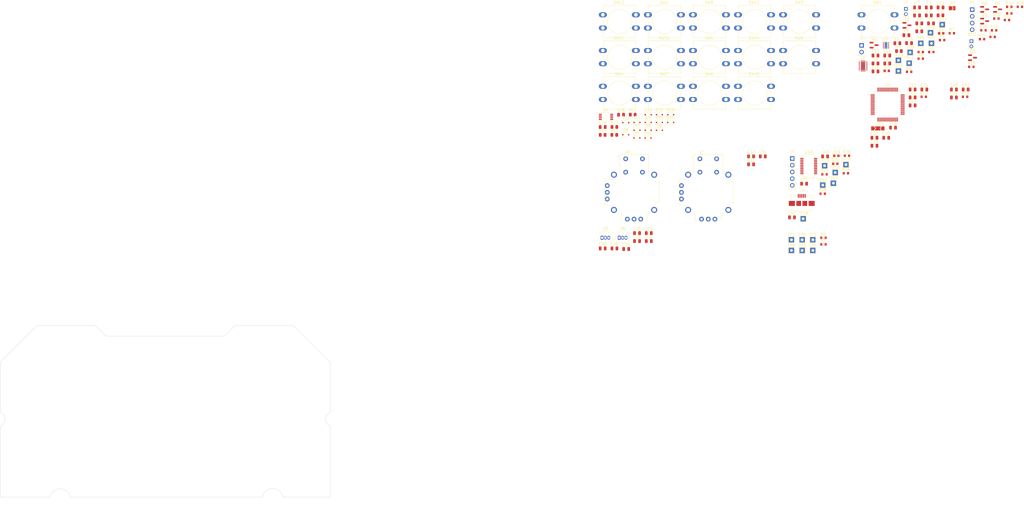
<source format=kicad_pcb>
(kicad_pcb (version 20211014) (generator pcbnew)
  (layers (0 "F.Cu" signal) (31 "B.Cu" signal) (34 "B.Paste" user) (35 "F.Paste" user) (36 "B.SilkS" user "B.Silkscreen") (37 "F.SilkS" user "F.Silkscreen") (38 "B.Mask" user) (39 "F.Mask" user) (44 "Edge.Cuts" user))
  (net 0 "")
  (net 1 "+3V3")
  (net 2 "Net-(BZ1-Pad2)")
  (net 3 "GND")
  (net 4 "Net-(C3-Pad1)")
  (net 5 "VBUS")
  (net 6 "Net-(C7-Pad1)")
  (net 7 "Net-(C9-Pad1)")
  (net 8 "/Power/CHG_OUT")
  (net 9 "/Joysticks/JOY_B1")
  (net 10 "/Joysticks/JOY_B2")
  (net 11 "Net-(C40-Pad1)")
  (net 12 "Net-(D1-Pad1)")
  (net 13 "Net-(D1-Pad2)")
  (net 14 "Net-(D2-Pad1)")
  (net 15 "Net-(R11-Pad1)")
  (net 16 "Net-(SW2-Pad2)")
  (net 17 "Net-(SW3-Pad2)")
  (net 18 "Net-(SW4-Pad2)")
  (net 19 "Net-(SW5-Pad2)")
  (net 20 "Net-(SW6-Pad2)")
  (net 21 "Net-(SW7-Pad2)")
  (net 22 "Net-(SW8-Pad2)")
  (net 23 "Net-(R12-Pad1)")
  (net 24 "Net-(SW9-Pad2)")
  (net 25 "Net-(SW10-Pad2)")
  (net 26 "Net-(SW11-Pad2)")
  (net 27 "Net-(SW12-Pad2)")
  (net 28 "Net-(SW13-Pad2)")
  (net 29 "Net-(SW14-Pad2)")
  (net 30 "Net-(SW15-Pad2)")
  (net 31 "/Debug/RX_LED_B")
  (net 32 "Net-(D19-Pad2)")
  (net 33 "/Debug/TX_LED_B")
  (net 34 "Net-(D20-Pad2)")
  (net 35 "Net-(J1-Pad2)")
  (net 36 "/Debug/SWD.DATA")
  (net 37 "/Debug/SWD.CLK")
  (net 38 "/Debug/SWD.NRST")
  (net 39 "Net-(J3-Pad2)")
  (net 40 "Net-(J3-Pad3)")
  (net 41 "Net-(L1-Pad1)")
  (net 42 "Net-(L1-Pad2)")
  (net 43 "Net-(M1-Pad2)")
  (net 44 "Net-(Q1-Pad1)")
  (net 45 "Net-(Q2-Pad1)")
  (net 46 "Net-(Q3-Pad1)")
  (net 47 "Net-(Q4-Pad1)")
  (net 48 "Net-(Q4-Pad3)")
  (net 49 "Net-(Q5-Pad1)")
  (net 50 "Net-(Q6-Pad1)")
  (net 51 "Net-(Q6-Pad3)")
  (net 52 "/MCU/I2C1.SCL")
  (net 53 "/MCU/I2C1.SDA")
  (net 54 "/Power/BGATE")
  (net 55 "Net-(R5-Pad1)")
  (net 56 "Net-(R7-Pad1)")
  (net 57 "/Power/TPS_FB")
  (net 58 "Net-(R13-Pad1)")
  (net 59 "Net-(R14-Pad1)")
  (net 60 "Net-(D17-Pad1)")
  (net 61 "/LED/COIL.BUZZ")
  (net 62 "/MCU/PWM_CH1")
  (net 63 "Net-(D18-Pad1)")
  (net 64 "/MCU/PWM_CH2")
  (net 65 "/LED/COIL.VIBE")
  (net 66 "Net-(R25-Pad1)")
  (net 67 "/Debug/USB_N")
  (net 68 "/Debug/USB_P")
  (net 69 "/MCU/ROW1")
  (net 70 "/MCU/ROW2")
  (net 71 "/MCU/ROW3")
  (net 72 "/MCU/ROW4")
  (net 73 "/MCU/ROW5")
  (net 74 "/MCU/ROW6")
  (net 75 "/MCU/ROW7")
  (net 76 "Net-(TH1-Pad2)")
  (net 77 "/MCU/SPI2.MOSI")
  (net 78 "/MCU/SPI2.SCK")
  (net 79 "/MCU/SPI2.MISO")
  (net 80 "/MCU/SPI2.CS")
  (net 81 "/Debug/RTS_B")
  (net 82 "/Debug/CTS_B")
  (net 83 "/Debug/DTR_B")
  (net 84 "/Debug/DSR_B")
  (net 85 "/Debug/DCD_B")
  (net 86 "/Debug/RI_B")
  (net 87 "/MCU/CHG_CTRL")
  (net 93 "/Joysticks/JOY_V1")
  (net 94 "/Joysticks/JOY_V2")
  (net 95 "/Joysticks/JOY_H1")
  (net 96 "/Joysticks/JOY_H2")
  (net 97 "/Joysticks/HALL1")
  (net 98 "/Joysticks/HALL2")
  (net 99 "VCC")
  (net 101 "/MCU/COL1")
  (net 102 "/MCU/COL2")
  (net 105 "/Debug/FUART.RX")
  (net 106 "/Debug/FUART.TX")
  (net 107 "/LED/LED1")
  (net 108 "/LED/LED2")
  (net 109 "/MCU/MCU_XB_UART.TX")
  (net 110 "/MCU/MCU_XB_UART.RX")
  (net 113 "/LED/LED3")
  (net 114 "/LED/LED4")
  (net 115 "/LED/LED5")
  (net 116 "/LED/LED6")
  (footprint "TestPoint:TestPoint_THTPad_2.0x2.0mm_Drill1.0mm" (layer "F.Cu") (at 386.65 6.79)
    (fp_text reference "TP15" (at 0 -1.998) (layer "F.SilkS"))
    (fp_text value "TestPoint")
    (pad "1" thru_hole rect (at 0 0) (size 2 2) (drill 1) (layers *.Cu *.Mask) (net 81 "/Debug/RTS_B"))
  )
  (footprint "LED_SMD:LED_0603_1608Metric" (layer "F.Cu") (at 391.82 -4.29)
    (fp_text reference "D19" (at 0 -1.43) (layer "F.SilkS"))
    (fp_text value "RX_LED")
    (pad "1" smd roundrect (at -0.7875 0) (size 0.875 0.95) (layers "F.Cu" "F.Paste" "F.Mask") (net 31 "/Debug/RX_LED_B"))
    (pad "2" smd roundrect (at 0.7875 0) (size 0.875 0.95) (layers "F.Cu" "F.Paste" "F.Mask") (net 32 "Net-(D19-Pad2)"))
  )
  (footprint "TestPoint:TestPoint_THTPad_2.0x2.0mm_Drill1.0mm" (layer "F.Cu") (at 378.85 31.57)
    (fp_text reference "TP3" (at 0 -1.998) (layer "F.SilkS"))
    (fp_text value "TestPoint")
    (pad "1" thru_hole rect (at 0 0) (size 2 2) (drill 1) (layers *.Cu *.Mask) (net 77 "/MCU/SPI2.MOSI"))
  )
  (footprint "TestPoint:TestPoint_THTPad_2.0x2.0mm_Drill1.0mm" (layer "F.Cu") (at 378.85 27.52)
    (fp_text reference "TP5" (at 0 -1.998) (layer "F.SilkS"))
    (fp_text value "TestPoint")
    (pad "1" thru_hole rect (at 0 0) (size 2 2) (drill 1) (layers *.Cu *.Mask) (net 79 "/MCU/SPI2.MISO"))
  )
  (footprint "Capacitor_SMD:C_0805_2012Metric" (layer "F.Cu") (at 413.28 -14.97)
    (fp_text reference "C18" (at 0 -1.68) (layer "F.SilkS"))
    (fp_text value "10u")
    (pad "1" smd roundrect (at -0.95 0) (size 1 1.45) (layers "F.Cu" "F.Paste" "F.Mask") (net 1 "+3V3"))
    (pad "2" smd roundrect (at 0.95 0) (size 1 1.45) (layers "F.Cu" "F.Paste" "F.Mask") (net 3 "GND"))
  )
  (footprint "Package_TO_SOT_SMD:SOT-23" (layer "F.Cu") (at 452.89 -59.78)
    (fp_text reference "Q4" (at 0 -2.4) (layer "F.SilkS"))
    (fp_text value "BSS138")
    (pad "1" smd roundrect (at -0.9375 -0.95) (size 1.475 0.6) (layers "F.Cu" "F.Paste" "F.Mask") (net 47 "Net-(Q4-Pad1)"))
    (pad "2" smd roundrect (at -0.9375 0.95) (size 1.475 0.6) (layers "F.Cu" "F.Paste" "F.Mask") (net 3 "GND"))
    (pad "3" smd roundrect (at 0.9375 0) (size 1.475 0.6) (layers "F.Cu" "F.Paste" "F.Mask") (net 48 "Net-(Q4-Pad3)"))
  )
  (footprint "Resistor_SMD:R_0603_1608Metric" (layer "F.Cu") (at 440.59 -26.66)
    (fp_text reference "R25" (at 0 -1.43) (layer "F.SilkS"))
    (fp_text value "10k")
    (pad "1" smd roundrect (at -0.825 0) (size 0.8 0.95) (layers "F.Cu" "F.Paste" "F.Mask") (net 66 "Net-(R25-Pad1)"))
    (pad "2" smd roundrect (at 0.825 0) (size 0.8 0.95) (layers "F.Cu" "F.Paste" "F.Mask") (net 1 "+3V3"))
  )
  (footprint "TestPoint:TestPoint_THTPad_2.0x2.0mm_Drill1.0mm" (layer "F.Cu") (at 382.9 27.52)
    (fp_text reference "TP1" (at 0 -1.998) (layer "F.SilkS"))
    (fp_text value "TestPoint")
    (pad "1" thru_hole rect (at 0 0) (size 2 2) (drill 1) (layers *.Cu *.Mask) (net 53 "/MCU/I2C1.SDA"))
  )
  (footprint "Resistor_SMD:R_0603_1608Metric" (layer "F.Cu") (at 451.57 -51.85)
    (fp_text reference "R16" (at 0 -1.43) (layer "F.SilkS"))
    (fp_text value "100")
    (pad "1" smd roundrect (at -0.825 0) (size 0.8 0.95) (layers "F.Cu" "F.Paste" "F.Mask") (net 46 "Net-(Q3-Pad1)"))
    (pad "2" smd roundrect (at 0.825 0) (size 0.8 0.95) (layers "F.Cu" "F.Paste" "F.Mask") (net 61 "/LED/COIL.BUZZ"))
  )
  (footprint "Diode_SMD:D_SOD-323F" (layer "F.Cu") (at 324.79 -19.88)
    (fp_text reference "D10" (at 0 -1.85) (layer "F.SilkS"))
    (fp_text value "BAT54J")
    (pad "1" smd rect (at -1.1 0) (size 0.5 0.5) (layers "F.Cu" "F.Paste" "F.Mask") (net 23 "Net-(R12-Pad1)"))
    (pad "2" smd rect (at 1.1 0) (size 0.5 0.5) (layers "F.Cu" "F.Paste" "F.Mask") (net 24 "Net-(SW9-Pad2)"))
  )
  (footprint "Capacitor_SMD:C_0805_2012Metric" (layer "F.Cu") (at 320.75 25)
    (fp_text reference "C29" (at 0 -1.68) (layer "F.SilkS"))
    (fp_text value "1u")
    (pad "1" smd roundrect (at -0.95 0) (size 1 1.45) (layers "F.Cu" "F.Paste" "F.Mask") (net 9 "/Joysticks/JOY_B1"))
    (pad "2" smd roundrect (at 0.95 0) (size 1 1.45) (layers "F.Cu" "F.Paste" "F.Mask") (net 3 "GND"))
  )
  (footprint "Resistor_SMD:R_0805_2012Metric" (layer "F.Cu") (at 307.71 -15.23)
    (fp_text reference "R12" (at 0 -1.65) (layer "F.SilkS"))
    (fp_text value "10k")
    (pad "1" smd roundrect (at -0.9125 0) (size 1.025 1.4) (layers "F.Cu" "F.Paste" "F.Mask") (roundrect_rratio 0.243902) (net 23 "Net-(R12-Pad1)"))
    (pad "2" smd roundrect (at 0.9125 0) (size 1.025 1.4) (layers "F.Cu" "F.Paste" "F.Mask") (roundrect_rratio 0.243902) (net 3 "GND"))
  )
  (footprint "TestPoint:TestPoint_THTPad_2.0x2.0mm_Drill1.0mm" (layer "F.Cu") (at 387.35 -0.55)
    (fp_text reference "TP20" (at 0 -1.998) (layer "F.SilkS"))
    (fp_text value "TestPoint")
    (pad "1" thru_hole rect (at 0 0) (size 2 2) (drill 1) (layers *.Cu *.Mask) (net 86 "/Debug/RI_B"))
  )
  (footprint "Diode_SMD:D_SOD-323F" (layer "F.Cu") (at 312.04 -16.87)
    (fp_text reference "D13" (at 0 -1.85) (layer "F.SilkS"))
    (fp_text value "BAT54J")
    (pad "1" smd rect (at -1.1 0) (size 0.5 0.5) (layers "F.Cu" "F.Paste" "F.Mask") (net 23 "Net-(R12-Pad1)"))
    (pad "2" smd rect (at 1.1 0) (size 0.5 0.5) (layers "F.Cu" "F.Paste" "F.Mask") (net 27 "Net-(SW12-Pad2)"))
  )
  (footprint "Resistor_SMD:R_0603_1608Metric" (layer "F.Cu") (at 435.56 -50.74)
    (fp_text reference "R7" (at 0 -1.43) (layer "F.SilkS"))
    (fp_text value "220")
    (pad "1" smd roundrect (at -0.825 0) (size 0.8 0.95) (layers "F.Cu" "F.Paste" "F.Mask") (net 56 "Net-(R7-Pad1)"))
    (pad "2" smd roundrect (at 0.825 0) (size 0.8 0.95) (layers "F.Cu" "F.Paste" "F.Mask") (net 14 "Net-(D2-Pad1)"))
  )
  (footprint "TestPoint:TestPoint_THTPad_2.0x2.0mm_Drill1.0mm" (layer "F.Cu") (at 419.75 -43.46)
    (fp_text reference "TP8" (at 0 -1.998) (layer "F.SilkS"))
    (fp_text value "TestPoint")
    (pad "1" thru_hole rect (at 0 0) (size 2 2) (drill 1) (layers *.Cu *.Mask) (net 55 "Net-(R5-Pad1)"))
  )
  (footprint "LED_SMD:LED_0603_1608Metric" (layer "F.Cu") (at 410.91 -36.49)
    (fp_text reference "D1" (at 0 -1.43) (layer "F.SilkS"))
    (fp_text value "CHARGE_LED")
    (pad "1" smd roundrect (at -0.7875 0) (size 0.875 0.95) (layers "F.Cu" "F.Paste" "F.Mask") (net 12 "Net-(D1-Pad1)"))
    (pad "2" smd roundrect (at 0.7875 0) (size 0.875 0.95) (layers "F.Cu" "F.Paste" "F.Mask") (net 13 "Net-(D1-Pad2)"))
  )
  (footprint "Capacitor_SMD:C_0805_2012Metric" (layer "F.Cu") (at 422.39 -60.5)
    (fp_text reference "C7" (at 0 -1.68) (layer "F.SilkS"))
    (fp_text value "0.1u")
    (pad "1" smd roundrect (at -0.95 0) (size 1 1.45) (layers "F.Cu" "F.Paste" "F.Mask") (net 6 "Net-(C7-Pad1)"))
    (pad "2" smd roundrect (at 0.95 0) (size 1 1.45) (layers "F.Cu" "F.Paste" "F.Mask") (net 3 "GND"))
  )
  (footprint "Package_TO_SOT_SMD:SOT-23" (layer "F.Cu") (at 448 -55.33)
    (fp_text reference "Q3" (at 0 -2.4) (layer "F.SilkS"))
    (fp_text value "BSS138")
    (pad "1" smd roundrect (at -0.9375 -0.95) (size 1.475 0.6) (layers "F.Cu" "F.Paste" "F.Mask") (net 46 "Net-(Q3-Pad1)"))
    (pad "2" smd roundrect (at -0.9375 0.95) (size 1.475 0.6) (layers "F.Cu" "F.Paste" "F.Mask") (net 3 "GND"))
    (pad "3" smd roundrect (at 0.9375 0) (size 1.475 0.6) (layers "F.Cu" "F.Paste" "F.Mask") (net 2 "Net-(BZ1-Pad2)"))
  )
  (footprint "Resistor_SMD:R_0603_1608Metric" (layer "F.Cu") (at 457.34 -58.24)
    (fp_text reference "R21" (at 0 -1.43) (layer "F.SilkS"))
    (fp_text value "100")
    (pad "1" smd roundrect (at -0.825 0) (size 0.8 0.95) (layers "F.Cu" "F.Paste" "F.Mask") (net 50 "Net-(Q6-Pad1)"))
    (pad "2" smd roundrect (at 0.825 0) (size 0.8 0.95) (layers "F.Cu" "F.Paste" "F.Mask") (net 64 "/MCU/PWM_CH2"))
  )
  (footprint "Resistor_SMD:R_0603_1608Metric" (layer "F.Cu") (at 395.43 2.31)
    (fp_text reference "R26" (at 0 -1.43) (layer "F.SilkS"))
    (fp_text value "27R")
    (pad "1" smd roundrect (at -0.825 0) (size 0.8 0.95) (layers "F.Cu" "F.Paste" "F.Mask") (net 39 "Net-(J3-Pad2)"))
    (pad "2" smd roundrect (at 0.825 0) (size 0.8 0.95) (layers "F.Cu" "F.Paste" "F.Mask") (net 67 "/Debug/USB_N"))
  )
  (footprint "Button_Switch_THT:SW_PUSH-12mm" (layer "F.Cu") (at 303.35 -30.63)
    (fp_text reference "SW4" (at 6.08 -4.66) (layer "F.SilkS"))
    (fp_text value "~")
    (pad "1" thru_hole oval (at 12.5 0) (size 3.048 1.85) (drill 1.3) (layers *.Cu *.Mask) (net 71 "/MCU/ROW3"))
    (pad "1" thru_hole oval (at 0 0) (size 3.048 1.85) (drill 1.3) (layers *.Cu *.Mask) (net 71 "/MCU/ROW3"))
    (pad "2" thru_hole oval (at 12.5 5) (size 3.048 1.85) (drill 1.3) (layers *.Cu *.Mask) (net 18 "Net-(SW4-Pad2)"))
    (pad "2" thru_hole oval (at 0 5) (size 3.048 1.85) (drill 1.3) (layers *.Cu *.Mask) (net 18 "Net-(SW4-Pad2)"))
  )
  (footprint "Jumper:SolderJumper-2_P1.3mm_Open_TrianglePad1.0x1.5mm" (layer "F.Cu") (at 435.69 -60.23)
    (fp_text reference "JP1" (at 0 -1.8) (layer "F.SilkS"))
    (fp_text value "SolderJumper_3_Open")
    (pad "1" smd custom (at -0.725 0) (size 0.3 0.3) (layers "F.Cu" "F.Mask") (net 8 "/Power/CHG_OUT") (options (clearance outline) (anchor rect)) (primitives (gr_poly (pts (xy 1 0) (xy 0.5 0.75) (xy -0.5 0.75) (xy -0.5 -0.75) (xy 0.5 -0.75)) (width 0) (fill yes))))
    (pad "2" smd custom (at 0.725 0) (size 0.3 0.3) (layers "F.Cu" "F.Mask") (net 4 "Net-(C3-Pad1)") (options (clearance outline) (anchor rect)) (primitives (gr_poly (pts (xy 0.5 0.75) (xy -0.65 0.75) (xy -0.15 0) (xy -0.65 -0.75) (xy 0.5 -0.75)) (width 0) (fill yes))))
  )
  (footprint "Resistor_SMD:R_0603_1608Metric" (layer "F.Cu") (at 451.02 -49.34)
    (fp_text reference "R17" (at 0 -1.43) (layer "F.SilkS"))
    (fp_text value "100")
    (pad "1" smd roundrect (at -0.825 0) (size 0.8 0.95) (layers "F.Cu" "F.Paste" "F.Mask") (net 47 "Net-(Q4-Pad1)"))
    (pad "2" smd roundrect (at 0.825 0) (size 0.8 0.95) (layers "F.Cu" "F.Paste" "F.Mask") (net 62 "/MCU/PWM_CH1"))
  )
  (footprint "Capacitor_SMD:C_0805_2012Metric" (layer "F.Cu") (at 316.3 28.01)
    (fp_text reference "C28" (at 0 -1.68) (layer "F.SilkS"))
    (fp_text value "0.01u")
    (pad "1" smd roundrect (at -0.95 0) (size 1 1.45) (layers "F.Cu" "F.Paste" "F.Mask") (net 1 "+3V3"))
    (pad "2" smd roundrect (at 0.95 0) (size 1 1.45) (layers "F.Cu" "F.Paste" "F.Mask") (net 3 "GND"))
  )
  (footprint "Capacitor_SMD:C_0805_2012Metric" (layer "F.Cu") (at 423.23 -51.47)
    (fp_text reference "C4" (at 0 -1.68) (layer "F.SilkS"))
    (fp_text value "10u")
    (pad "1" smd roundrect (at -0.95 0) (size 1 1.45) (layers "F.Cu" "F.Paste" "F.Mask") (net 4 "Net-(C3-Pad1)"))
    (pad "2" smd roundrect (at 0.95 0) (size 1 1.45) (layers "F.Cu" "F.Paste" "F.Mask") (net 3 "GND"))
  )
  (footprint "Diode_SMD:D_SOD-323F" (layer "F.Cu") (at 324.79 -16.93)
    (fp_text reference "D11" (at 0 -1.85) (layer "F.SilkS"))
    (fp_text value "BAT54J")
    (pad "1" smd rect (at -1.1 0) (size 0.5 0.5) (layers "F.Cu" "F.Paste" "F.Mask") (net 23 "Net-(R12-Pad1)"))
    (pad "2" smd rect (at 1.1 0) (size 0.5 0.5) (layers "F.Cu" "F.Paste" "F.Mask") (net 25 "Net-(SW10-Pad2)"))
  )
  (footprint "TestPoint:TestPoint_THTPad_2.0x2.0mm_Drill1.0mm" (layer "F.Cu") (at 382.9 31.57)
    (fp_text reference "TP4" (at 0 -1.998) (layer "F.SilkS"))
    (fp_text value "TestPoint")
    (pad "1" thru_hole rect (at 0 0) (size 2 2) (drill 1) (layers *.Cu *.Mask) (net 78 "/MCU/SPI2.SCK"))
  )
  (footprint "Package_SO:SSOP-20_3.9x8.7mm_P0.635mm" (layer "F.Cu") (at 381.35 -0.41)
    (fp_text reference "U10" (at 0 -5.4) (layer "F.SilkS"))
    (fp_text value "FT231XS")
    (pad "1" smd rect (at -2.6 -2.8575) (size 1.2 0.4) (layers "F.Cu" "F.Paste" "F.Mask") (net 83 "/Debug/DTR_B"))
    (pad "2" smd rect (at -2.6 -2.2225) (size 1.2 0.4) (layers "F.Cu" "F.Paste" "F.Mask") (net 81 "/Debug/RTS_B"))
    (pad "3" smd rect (at -2.6 -1.5875) (size 1.2 0.4) (layers "F.Cu" "F.Paste" "F.Mask") (net 11 "Net-(C40-Pad1)"))
    (pad "4" smd rect (at -2.6 -0.9525) (size 1.2 0.4) (layers "F.Cu" "F.Paste" "F.Mask") (net 106 "/Debug/FUART.TX"))
    (pad "5" smd rect (at -2.6 -0.3175) (size 1.2 0.4) (layers "F.Cu" "F.Paste" "F.Mask") (net 86 "/Debug/RI_B"))
    (pad "6" smd rect (at -2.6 0.3175) (size 1.2 0.4) (layers "F.Cu" "F.Paste" "F.Mask") (net 3 "GND"))
    (pad "7" smd rect (at -2.6 0.9525) (size 1.2 0.4) (layers "F.Cu" "F.Paste" "F.Mask") (net 84 "/Debug/DSR_B"))
    (pad "8" smd rect (at -2.6 1.5875) (size 1.2 0.4) (layers "F.Cu" "F.Paste" "F.Mask") (net 85 "/Debug/DCD_B"))
    (pad "9" smd rect (at -2.6 2.2225) (size 1.2 0.4) (layers "F.Cu" "F.Paste" "F.Mask") (net 82 "/Debug/CTS_B"))
    (pad "10" smd rect (at -2.6 2.8575) (size 1.2 0.4) (layers "F.Cu" "F.Paste" "F.Mask") (net 33 "/Debug/TX_LED_B"))
    (pad "11" smd rect (at 2.6 2.8575) (size 1.2 0.4) (layers "F.Cu" "F.Paste" "F.Mask") (net 68 "/Debug/USB_P"))
    (pad "12" smd rect (at 2.6 2.2225) (size 1.2 0.4) (layers "F.Cu" "F.Paste" "F.Mask") (net 67 "/Debug/USB_N"))
    (pad "13" smd rect (at 2.6 1.5875) (size 1.2 0.4) (layers "F.Cu" "F.Paste" "F.Mask") (net 11 "Net-(C40-Pad1)"))
    (pad "14" smd rect (at 2.6 0.9525) (size 1.2 0.4) (layers "F.Cu" "F.Paste" "F.Mask") (net 11 "Net-(C40-Pad1)"))
    (pad "15" smd rect (at 2.6 0.3175) (size 1.2 0.4) (layers "F.Cu" "F.Paste" "F.Mask") (net 5 "VBUS"))
    (pad "16" smd rect (at 2.6 -0.3175) (size 1.2 0.4) (layers "F.Cu" "F.Paste" "F.Mask") (net 3 "GND"))
    (pad "17" smd rect (at 2.6 -0.9525) (size 1.2 0.4) (layers "F.Cu" "F.Paste" "F.Mask") (net 31 "/Debug/RX_LED_B"))
    (pad "18" smd rect (at 2.6 -1.5875) (size 1.2 0.4) (layers "F.Cu" "F.Paste" "F.Mask"))
    (pad "19" smd rect (at 2.6 -2.2225) (size 1.2 0.4) (layers "F.Cu" "F.Paste" "F.Mask"))
    (pad "20" smd rect (at 2.6 -2.8575) (size 1.2 0.4) (layers "F.Cu" "F.Paste" "F.Mask") (net 105 "/Debug/FUART.RX"))
  )
  (footprint "Capacitor_SMD:C_0805_2012Metric" (layer "F.Cu") (at 387.55 -4.08)
    (fp_text reference "C40" (at 0 -1.68) (layer "F.SilkS"))
    (fp_text value "1u")
    (pad "1" smd roundrect (at -0.95 0) (size 1 1.45) (layers "F.Cu" "F.Paste" "F.Mask") (net 11 "Net-(C40-Pad1)"))
    (pad "2" smd roundrect (at 0.95 0) (size 1 1.45) (layers "F.Cu" "F.Paste" "F.Mask") (net 3 "GND"))
  )
  (footprint "Package_TO_SOT_SMD:SOT-23" (layer "F.Cu") (at 448 -59.78)
    (fp_text reference "Q6" (at 0 -2.4) (layer "F.SilkS"))
    (fp_text value "BSS138")
    (pad "1" smd roundrect (at -0.9375 -0.95) (size 1.475 0.6) (layers "F.Cu" "F.Paste" "F.Mask") (net 50 "Net-(Q6-Pad1)"))
    (pad "2" smd roundrect (at -0.9375 0.95) (size 1.475 0.6) (layers "F.Cu" "F.Paste" "F.Mask") (net 3 "GND"))
    (pad "3" smd roundrect (at 0.9375 0) (size 1.475 0.6) (layers "F.Cu" "F.Paste" "F.Mask") (net 51 "Net-(Q6-Pad3)"))
  )
  (footprint "Capacitor_SMD:C_0805_2012Metric" (layer "F.Cu") (at 312.18 31.02)
    (fp_text reference "C31" (at 0 -1.68) (layer "F.SilkS"))
    (fp_text value "1u")
    (pad "1" smd roundrect (at -0.95 0) (size 1 1.45) (layers "F.Cu" "F.Paste" "F.Mask") (net 1 "+3V3"))
    (pad "2" smd roundrect (at 0.95 0) (size 1 1.45) (layers "F.Cu" "F.Paste" "F.Mask") (net 3 "GND"))
  )
  (footprint "Capacitor_SMD:C_0805_2012Metric" (layer "F.Cu") (at 303.28 -15.2)
    (fp_text reference "C26" (at 0 -1.68) (layer "F.SilkS"))
    (fp_text value "0.1u")
    (pad "1" smd roundrect (at -0.95 0) (size 1 1.45) (layers "F.Cu" "F.Paste" "F.Mask") (net 1 "+3V3"))
    (pad "2" smd roundrect (at 0.95 0) (size 1 1.45) (layers "F.Cu" "F.Paste" "F.Mask") (net 3 "GND"))
  )
  (footprint "Diode_SMD:D_SOD-323F" (layer "F.Cu") (at 329.04 -16.93)
    (fp_text reference "D15" (at 0 -1.85) (layer "F.SilkS"))
    (fp_text value "BAT54J")
    (pad "1" smd rect (at -1.1 0) (size 0.5 0.5) (layers "F.Cu" "F.Paste" "F.Mask") (net 23 "Net-(R12-Pad1)"))
    (pad "2" smd rect (at 1.1 0) (size 0.5 0.5) (layers "F.Cu" "F.Paste" "F.Mask") (net 29 "Net-(SW14-Pad2)"))
  )
  (footprint "Button_Switch_THT:SW_PUSH-12mm" (layer "F.Cu") (at 354.56 -57.73)
    (fp_text reference "SW12" (at 6.08 -4.66) (layer "F.SilkS"))
    (fp_text value "~")
    (pad "1" thru_hole oval (at 12.5 0) (size 3.048 1.85) (drill 1.3) (layers *.Cu *.Mask) (net 72 "/MCU/ROW4"))
    (pad "1" thru_hole oval (at 0 0) (size 3.048 1.85) (drill 1.3) (layers *.Cu *.Mask) (net 72 "/MCU/ROW4"))
    (pad "2" thru_hole oval (at 12.5 5) (size 3.048 1.85) (drill 1.3) (layers *.Cu *.Mask) (net 27 "Net-(SW12-Pad2)"))
    (pad "2" thru_hole oval (at 0 5) (size 3.048 1.85) (drill 1.3) (layers *.Cu *.Mask) (net 27 "Net-(SW12-Pad2)"))
  )
  (footprint "Resistor_SMD:R_0603_1608Metric" (layer "F.Cu") (at 386.63 10.07)
    (fp_text reference "R28" (at 0 -1.43) (layer "F.SilkS"))
    (fp_text value "270R")
    (pad "1" smd roundrect (at -0.825 0) (size 0.8 0.95) (layers "F.Cu" "F.Paste" "F.Mask") (net 5 "VBUS"))
    (pad "2" smd roundrect (at 0.825 0) (size 0.8 0.95) (layers "F.Cu" "F.Paste" "F.Mask") (net 32 "Net-(D19-Pad2)"))
  )
  (footprint "Diode_SMD:D_SOD-323F" (layer "F.Cu") (at 316.29 -16.93)
    (fp_text reference "D3" (at 0 -1.85) (layer "F.SilkS"))
    (fp_text value "BAT54J")
    (pad "1" smd rect (at -1.1 0) (size 0.5 0.5) (layers "F.Cu" "F.Paste" "F.Mask") (net 15 "Net-(R11-Pad1)"))
    (pad "2" smd rect (at 1.1 0) (size 0.5 0.5) (layers "F.Cu" "F.Paste" "F.Mask") (net 16 "Net-(SW2-Pad2)"))
  )
  (footprint "Package_TO_SOT_THT:TO-92_Inline" (layer "F.Cu") (at 303.04 26.75)
    (fp_text reference "U5" (at 1.27 -3.56) (layer "F.SilkS"))
    (fp_text value "DRV5055A2xLPGxQ1")
    (pad "1" thru_hole rect (at 0 0) (size 1.05 1.5) (drill 0.75) (layers *.Cu *.Mask) (net 1 "+3V3"))
    (pad "2" thru_hole oval (at 1.27 0) (size 1.05 1.5) (drill 0.75) (layers *.Cu *.Mask) (net 3 "GND"))
    (pad "3" thru_hole oval (at 2.54 0) (size 1.05 1.5) (drill 0.75) (layers *.Cu *.Mask) (net 97 "/Joysticks/HALL1"))
  )
  (footprint "Capacitor_SMD:C_0805_2012Metric" (layer "F.Cu") (at 406.25 -8.11)
    (fp_text reference "C19" (at 0 -1.68) (layer "F.SilkS"))
    (fp_text value "1u")
    (pad "1" smd roundrect (at -0.95 0) (size 1 1.45) (layers "F.Cu" "F.Paste" "F.Mask") (net 1 "+3V3"))
    (pad "2" smd roundrect (at 0.95 0) (size 1 1.45) (layers "F.Cu" "F.Paste" "F.Mask") (net 3 "GND"))
  )
  (footprint "Capacitor_SMD:C_0805_2012Metric" (layer "F.Cu") (at 375 19.02)
    (fp_text reference "C42" (at 0 -1.68) (layer "F.SilkS"))
    (fp_text value "0.1u")
    (pad "1" smd roundrect (at -0.95 0) (size 1 1.45) (layers "F.Cu" "F.Paste" "F.Mask") (net 5 "VBUS"))
    (pad "2" smd roundrect (at 0.95 0) (size 1 1.45) (layers "F.Cu" "F.Paste" "F.Mask") (net 3 "GND"))
  )
  (footprint "Capacitor_SMD:C_0805_2012Metric" (layer "F.Cu") (at 410.7 -11.12)
    (fp_text reference "C20" (at 0 -1.68) (layer "F.SilkS"))
    (fp_text value "1u")
    (pad "1" smd roundrect (at -0.95 0) (size 1 1.45) (layers "F.Cu" "F.Paste" "F.Mask") (net 1 "+3V3"))
    (pad "2" smd roundrect (at 0.95 0) (size 1 1.45) (layers "F.Cu" "F.Paste" "F.Mask") (net 3 "GND"))
  )
  (footprint "Button_Switch_THT:SW_PUSH-12mm" (layer "F.Cu") (at 320.42 -30.63)
    (fp_text reference "SW7" (at 6.08 -4.66) (layer "F.SilkS"))
    (fp_text value "~")
    (pad "1" thru_hole oval (at 12.5 0) (size 3.048 1.85) (drill 1.3) (layers *.Cu *.Mask) (net 74 "/MCU/ROW6"))
    (pad "1" thru_hole oval (at 0 0) (size 3.048 1.85) (drill 1.3) (layers *.Cu *.Mask) (net 74 "/MCU/ROW6"))
    (pad "2" thru_hole oval (at 12.5 5) (size 3.048 1.85) (drill 1.3) (layers *.Cu *.Mask) (net 21 "Net-(SW7-Pad2)"))
    (pad "2" thru_hole oval (at 0 5) (size 3.048 1.85) (drill 1.3) (layers *.Cu *.Mask) (net 21 "Net-(SW7-Pad2)"))
  )
  (footprint "Resistor_SMD:R_0805_2012Metric" (layer "F.Cu") (at 431.27 -57.52)
    (fp_text reference "R3" (at 0 -1.65) (layer "F.SilkS"))
    (fp_text value "10")
    (pad "1" smd roundrect (at -0.9125 0) (size 1.025 1.4) (layers "F.Cu" "F.Paste" "F.Mask") (roundrect_rratio 0.243902) (net 54 "/Power/BGATE"))
    (pad "2" smd roundrect (at 0.9125 0) (size 1.025 1.4) (layers "F.Cu" "F.Paste" "F.Mask") (roundrect_rratio 0.243902) (net 44 "Net-(Q1-Pad1)"))
  )
  (footprint "LED_SMD:LED_0603_1608Metric" (layer "F.Cu") (at 391.42 -1.28)
    (fp_text reference "D20" (at 0 -1.43) (layer "F.SilkS"))
    (fp_text value "TX_LED")
    (pad "1" smd roundrect (at -0.7875 0) (size 0.875 0.95) (layers "F.Cu" "F.Paste" "F.Mask") (net 33 "/Debug/TX_LED_B"))
    (pad "2" smd roundrect (at 0.7875 0) (size 0.875 0.95) (layers "F.Cu" "F.Paste" "F.Mask") (net 34 "Net-(D20-Pad2)"))
  )
  (footprint "TestPoint:TestPoint_THTPad_2.0x2.0mm_Drill1.0mm" (layer "F.Cu") (at 427.48 -50.95)
    (fp_text reference "TP10" (at 0 -1.998) (layer "F.SilkS"))
    (fp_text value "TestPoint")
    (pad "1" thru_hole rect (at 0 0) (size 2 2) (drill 1) (layers *.Cu *.Mask) (net 7 "Net-(C9-Pad1)"))
  )
  (footprint "Diode_SMD:D_SOD-323F" (layer "F.Cu") (at 320.5 -11.03)
    (fp_text reference "D12" (at 0 -1.85) (layer "F.SilkS"))
    (fp_text value "BAT54J")
    (pad "1" smd rect (at -1.1 0) (size 0.5 0.5) (layers "F.Cu" "F.Paste" "F.Mask") (net 23 "Net-(R12-Pad1)"))
    (pad "2" smd rect (at 1.1 0) (size 0.5 0.5) (layers "F.Cu" "F.Paste" "F.Mask") (net 26 "Net-(SW11-Pad2)"))
  )
  (footprint "Diode_SMD:D_SOD-323F" (layer "F.Cu") (at 324.79 -13.98)
    (fp_text reference "D6" (at 0 -1.85) (layer "F.SilkS"))
    (fp_text value "BAT54J")
    (pad "1" smd rect (at -1.1 0) (size 0.5 0.5) (layers "F.Cu" "F.Paste" "F.Mask") (net 15 "Net-(R11-Pad1)"))
    (pad "2" smd rect (at 1.1 0) (size 0.5 0.5) (layers "F.Cu" "F.Paste" "F.Mask") (net 19 "Net-(SW5-Pad2)"))
  )
  (footprint "TestPoint:TestPoint_THTPad_2.0x2.0mm_Drill1.0mm" (layer "F.Cu") (at 395.45 -0.97)
    (fp_text reference "TP19" (at 0 -1.998) (layer "F.SilkS"))
    (fp_text value "TestPoint")
    (pad "1" thru_hole rect (at 0 0) (size 2 2) (drill 1) (layers *.Cu *.Mask) (net 85 "/Debug/DCD_B"))
  )
  (footprint "Capacitor_SMD:C_0805_2012Metric" (layer "F.Cu") (at 316.3 25)
    (fp_text reference "C35" (at 0 -1.68) (layer "F.SilkS"))
    (fp_text value "1u")
    (pad "1" smd roundrect (at -0.95 0) (size 1 1.45) (layers "F.Cu" "F.Paste" "F.Mask") (net 1 "+3V3"))
    (pad "2" smd roundrect (at 0.95 0) (size 1 1.45) (layers "F.Cu" "F.Paste" "F.Mask") (net 3 "GND"))
  )
  (footprint "Resistor_SMD:R_0603_1608Metric" (layer "F.Cu") (at 447.01 -48.5)
    (fp_text reference "R24" (at 0 -1.43) (layer "F.SilkS"))
    (fp_text value "10k")
    (pad "1" smd roundrect (at -0.825 0) (size 0.8 0.95) (layers "F.Cu" "F.Paste" "F.Mask") (net 65 "/LED/COIL.VIBE"))
    (pad "2" smd roundrect (at 0.825 0) (size 0.8 0.95) (layers "F.Cu" "F.Paste" "F.Mask") (net 3 "GND"))
  )
  (footprint "Diode_SMD:D_SOD-323F" (layer "F.Cu") (at 329.04 -19.88)
    (fp_text reference "D16" (at 0 -1.85) (layer "F.SilkS"))
    (fp_text value "BAT54J")
    (pad "1" smd rect (at -1.1 0) (size 0.5 0.5) (layers "F.Cu" "F.Paste" "F.Mask") (net 23 "Net-(R12-Pad1)"))
    (pad "2" smd rect (at 1.1 0) (size 0.5 0.5) (layers "F.Cu" "F.Paste" "F.Mask") (net 30 "Net-(SW15-Pad2)"))
  )
  (footprint "TestPoint:TestPoint_THTPad_2.0x2.0mm_Drill1.0mm" (layer "F.Cu") (at 423.8 -46.9)
    (fp_text reference "TP9" (at 0 -1.998) (layer "F.SilkS"))
    (fp_text value "TestPoint")
    (pad "1" thru_hole rect (at 0 0) (size 2 2) (drill 1) (layers *.Cu *.Mask) (net 1 "+3V3"))
  )
  (footprint "Resistor_SMD:R_0603_1608Metric" (layer "F.Cu") (at 386.93 29.26)
    (fp_text reference "R1" (at 0 -1.43) (layer "F.SilkS"))
    (fp_text value "4k")
    (pad "1" smd roundrect (at -0.825 0) (size 0.8 0.95) (layers "F.Cu" "F.Paste" "F.Mask") (net 1 "+3V3"))
    (pad "2" smd roundrect (at 0.825 0) (size 0.8 0.95) (layers "F.Cu" "F.Paste" "F.Mask") (net 52 "/MCU/I2C1.SCL"))
  )
  (footprint "Package_SO:TSSOP-8_3x3mm_P0.65mm" (layer "F.Cu") (at 304.53 -19.03)
    (fp_text reference "U4" (at 0 -2.55) (layer "F.SilkS"))
    (fp_text value "74LVC3G17")
    (pad "1" smd rect (at -2.15 -0.975) (size 1.1 0.4) (layers "F.Cu" "F.Paste" "F.Mask") (net 15 "Net-(R11-Pad1)"))
    (pad "2" smd rect (at -2.15 -0.325) (size 1.1 0.4) (layers "F.Cu" "F.Paste" "F.Mask") (net 102 "/MCU/COL2"))
    (pad "3" smd rect (at -2.15 0.325) (size 1.1 0.4) (layers "F.Cu" "F.Paste" "F.Mask") (net 58 "Net-(R13-Pad1)"))
    (pad "4" smd rect (at -2.15 0.975) (size 1.1 0.4) (layers "F.Cu" "F.Paste" "F.Mask") (net 3 "GND"))
    (pad "5" smd rect (at 2.15 0.975) (size 1.1 0.4) (layers "F.Cu" "F.Paste" "F.Mask") (net 59 "Net-(R14-Pad1)"))
    (pad "6" smd rect (at 2.15 0.325) (size 1.1 0.4) (layers "F.Cu" "F.Paste" "F.Mask") (net 23 "Net-(R12-Pad1)"))
    (pad "7" smd rect (at 2.15 -0.325) (size 1.1 0.4) (layers "F.Cu" "F.Paste" "F.Mask") (net 101 "/MCU/COL1"))
    (pad "8" smd rect (at 2.15 -0.975) (size 1.1 0.4) (layers "F.Cu" "F.Paste" "F.Mask") (net 1 "+3V3"))
  )
  (footprint "Capacitor_SMD:C_0805_2012Metric" (layer "F.Cu") (at 379.6 6.27)
    (fp_text reference "C41" (at 0 -1.68) (layer "F.SilkS"))
    (fp_text value "0.1u")
    (pad "1" smd roundrect (at -0.95 0) (size 1 1.45) (layers "F.Cu" "F.Paste" "F.Mask") (net 5 "VBUS"))
    (pad "2" smd roundrect (at 0.95 0) (size 1 1.45) (layers "F.Cu" "F.Paste" "F.Mask") (net 3 "GND"))
  )
  (footprint "Capacitor_SMD:C_0805_2012Metric" (layer "F.Cu") (at 419.36 -46.99)
    (fp_text reference "C15" (at 0 -1.68) (layer "F.SilkS"))
    (fp_text value "22u")
    (pad "1" smd roundrect (at -0.95 0) (size 1 1.45) (layers "F.Cu" "F.Paste" "F.Mask") (net 1 "+3V3"))
    (pad "2" smd roundrect (at 0.95 0) (size 1 1.45) (layers "F.Cu" "F.Paste" "F.Mask") (net 3 "GND"))
  )
  (footprint "TestPoint:TestPoint_THTPad_2.0x2.0mm_Drill1.0mm" (layer "F.Cu") (at 374.8 27.52)
    (fp_text reference "TP2" (at 0 -1.998) (layer "F.SilkS"))
    (fp_text value "TestPoint")
    (pad "1" thru_hole rect (at 0 0) (size 2 2) (drill 1) (layers *.Cu *.Mask) (net 52 "/MCU/I2C1.SCL"))
  )
  (footprint "Resistor_SMD:R_0805_2012Metric" (layer "F.Cu") (at 307.67 -12.22)
    (fp_text reference "R13" (at 0 -1.65) (layer "F.SilkS"))
    (fp_text value "10k")
    (pad "1" smd roundrect (at -0.9125 0) (size 1.025 1.4) (layers "F.Cu" "F.Paste" "F.Mask") (roundrect_rratio 0.243902) (net 58 "Net-(R13-Pad1)"))
    (pad "2" smd roundrect (at 0.9125 0) (size 1.025 1.4) (layers "F.Cu" "F.Paste" "F.Mask") (roundrect_rratio 0.243902) (net 3 "GND"))
  )
  (footprint "Package_QFP:LQFP-64_10x10mm_P0.5mm" (layer "F.Cu") (at 411.25 -23.7)
    (fp_text reference "U3" (at 0 -7.4) (layer "F.SilkS"))
    (fp_text value "STM32L431RCTx")
    (pad "1" smd roundrect (at -5.675 -3.75) (size 1.55 0.3) (layers "F.Cu" "F.Paste" "F.Mask") (net 1 "+3V3"))
    (pad "2" smd roundrect (at -5.675 -3.25) (size 1.55 0.3) (layers "F.Cu" "F.Paste" "F.Mask"))
    (pad "3" smd roundrect (at -5.675 -2.75) (size 1.55 0.3) (layers "F.Cu" "F.Paste" "F.Mask"))
    (pad "4" smd roundrect (at -5.675 -2.25) (size 1.55 0.3) (layers "F.Cu" "F.Paste" "F.Mask"))
    (pad "5" smd roundrect (at -5.675 -1.75) (size 1.55 0.3) (layers "F.Cu" "F.Paste" "F.Mask"))
    (pad "6" smd roundrect (at -5.675 -1.25) (size 1.55 0.3) (layers "F.Cu" "F.Paste" "F.Mask"))
    (pad "7" smd roundrect (at -5.675 -0.75) (size 1.55 0.3) (layers "F.Cu" "F.Paste" "F.Mask") (net 38 "/Debug/SWD.NRST"))
    (pad "8" smd roundrect (at -5.675 -0.25) (size 1.55 0.3) (layers "F.Cu" "F.Paste" "F.Mask") (net 93 "/Joysticks/JOY_V1"))
    (pad "9" smd roundrect (at -5.675 0.25) (size 1.55 0.3) (layers "F.Cu" "F.Paste" "F.Mask") (net 94 "/Joysticks/JOY_V2"))
    (pad "10" smd roundrect (at -5.675 0.75) (size 1.55 0.3) (layers "F.Cu" "F.Paste" "F.Mask") (net 95 "/Joysticks/JOY_H1"))
    (pad "11" smd roundrect (at -5.675 1.25) (size 1.55 0.3) (layers "F.Cu" "F.Paste" "F.Mask") (net 96 "/Joysticks/JOY_H2"))
    (pad "12" smd roundrect (at -5.675 1.75) (size 1.55 0.3) (layers "F.Cu" "F.Paste" "F.Mask") (net 3 "GND"))
    (pad "13" smd roundrect (at -5.675 2.25) (size 1.55 0.3) (layers "F.Cu" "F.Paste" "F.Mask") (net 1 "+3V3"))
    (pad "14" smd roundrect (at -5.675 2.75) (size 1.55 0.3) (layers "F.Cu" "F.Paste" "F.Mask") (net 97 "/Joysticks/HALL1"))
    (pad "15" smd roundrect (at -5.675 3.25) (size 1.55 0.3) (layers "F.Cu" "F.Paste" "F.Mask") (net 98 "/Joysticks/HALL2"))
    (pad "16" smd roundrect (at -5.675 3.75) (size 1.55 0.3) (layers "F.Cu" "F.Paste" "F.Mask") (net 99 "VCC"))
    (pad "17" smd roundrect (at -3.75 5.675) (size 0.3 1.55) (layers "F.Cu" "F.Paste" "F.Mask"))
    (pad "18" smd roundrect (at -3.25 5.675) (size 0.3 1.55) (layers "F.Cu" "F.Paste" "F.Mask") (net 3 "GND"))
    (pad "19" smd roundrect (at -2.75 5.675) (size 0.3 1.55) (layers "F.Cu" "F.Paste" "F.Mask") (net 1 "+3V3"))
    (pad "20" smd roundrect (at -2.25 5.675) (size 0.3 1.55) (layers "F.Cu" "F.Paste" "F.Mask") (net 69 "/MCU/ROW1"))
    (pad "21" smd roundrect (at -1.75 5.675) (size 0.3 1.55) (layers "F.Cu" "F.Paste" "F.Mask") (net 70 "/MCU/ROW2"))
    (pad "22" smd roundrect (at -1.25 5.675) (size 0.3 1.55) (layers "F.Cu" "F.Paste" "F.Mask") (net 71 "/MCU/ROW3"))
    (pad "23" smd roundrect (at -0.75 5.675) (size 0.3 1.55) (layers "F.Cu" "F.Paste" "F.Mask") (net 72 "/MCU/ROW4"))
    (pad "24" smd roundrect (at -0.25 5.675) (size 0.3 1.55) (layers "F.Cu" "F.Paste" "F.Mask") (net 73 "/MCU/ROW5"))
    (pad "25" smd roundrect (at 0.25 5.675) (size 0.3 1.55) (layers "F.Cu" "F.Paste" "F.Mask") (net 74 "/MCU/ROW6"))
    (pad "26" smd roundrect (at 0.75 5.675) (size 0.3 1.55) (layers "F.Cu" "F.Paste" "F.Mask") (net 75 "/MCU/ROW7"))
    (pad "27" smd roundrect (at 1.25 5.675) (size 0.3 1.55) (layers "F.Cu" "F.Paste" "F.Mask") (net 101 "/MCU/COL1"))
    (pad "28" smd roundrect (at 1.75 5.675) (size 0.3 1.55) (layers "F.Cu" "F.Paste" "F.Mask") (net 102 "/MCU/COL2"))
    (pad "29" smd roundrect (at 2.25 5.675) (size 0.3 1.55) (layers "F.Cu" "F.Paste" "F.Mask") (net 10 "/Joysticks/JOY_B2"))
    (pad "30" smd roundrect (at 2.75 5.675) (size 0.3 1.55) (layers "F.Cu" "F.Paste" "F.Mask") (net 9 "/Joysticks/JOY_B1"))
    (pad "31" smd roundrect (at 3.25 5.675) (size 0.3 1.55) (layers "F.Cu" "F.Paste" "F.Mask") (net 3 "GND"))
    (pad "32" smd roundrect (at 3.75 5.675) (size 0.3 1.55) (layers "F.Cu" "F.Paste" "F.Mask") (net 1 "+3V3"))
    (pad "33" smd roundrect (at 5.675 3.75) (size 1.55 0.3) (layers "F.Cu" "F.Paste" "F.Mask") (net 80 "/MCU/SPI2.CS"))
    (pad "34" smd roundrect (at 5.675 3.25) (size 1.55 0.3) (layers "F.Cu" "F.Paste" "F.Mask") (net 77 "/MCU/SPI2.MOSI"))
    (pad "35" smd roundrect (at 5.675 2.75) (size 1.55 0.3) (layers "F.Cu" "F.Paste" "F.Mask") (net 79 "/MCU/SPI2.MISO"))
    (pad "36" smd roundrect (at 5.675 2.25) (size 1.55 0.3) (layers "F.Cu" "F.Paste" "F.Mask") (net 78 "/MCU/SPI2.SCK"))
    (pad "37" smd roundrect (at 5.675 1.75) (size 1.55 0.3) (layers "F.Cu" "F.Paste" "F.Mask") (net 65 "/LED/COIL.VIBE"))
    (pad "38" smd roundrect (at 5.675 1.25) (size 1.55 0.3) (layers "F.Cu" "F.Paste" "F.Mask") (net 61 "/LED/COIL.BUZZ"))
    (pad "39" smd roundrect (at 5.675 0.75) (size 1.55 0.3) (layers "F.Cu" "F.Paste" "F.Mask"))
    (pad "40" smd roundrect (at 5.675 0.25) (size 1.55 0.3) (layers "F.Cu" "F.Paste" "F.Mask"))
    (pad "41" smd roundrect (at 5.675 -0.25) (size 1.55 0.3) (layers "F.Cu" "F.Paste" "F.Mask") (net 87 "/MCU/CHG_CTRL"))
    (pad "42" smd roundrect (at 5.675 -0.75) (size 1.55 0.3) (layers "F.Cu" "F.Paste" "F.Mask") (net 105 "/Debug/FUART.RX"))
    (pad "43" smd roundrect (at 5.675 -1.25) (size 1.55 0.3) (layers "F.Cu" "F.Paste" "F.Mask") (net 106 "/Debug/FUART.TX"))
    (pad "44" smd roundrect (at 5.675 -1.75) (size 1.55 0.3) (layers "F.Cu" "F.Paste" "F.Mask") (net 107 "/LED/LED1"))
    (pad "45" smd roundrect (at 5.675 -2.25) (size 1.55 0.3) (layers "F.Cu" "F.Paste" "F.Mask") (net 108 "/LED/LED2"))
    (pad "46" smd roundrect (at 5.675 -2.75) (size 1.55 0.3) (layers "F.Cu" "F.Paste" "F.Mask") (net 36 "/Debug/SWD.DATA"))
    (pad "47" smd roundrect (at 5.675 -3.25) (size 1.55 0.3) (layers "F.Cu" "F.Paste" "F.Mask") (net 3 "GND"))
    (pad "48" smd roundrect (at 5.675 -3.75) (size 1.55 0.3) (layers "F.Cu" "F.Paste" "F.Mask") (net 1 "+3V3"))
    (pad "49" smd roundrect (at 3.75 -5.675) (size 0.3 1.55) (layers "F.Cu" "F.Paste" "F.Mask") (net 37 "/Debug/SWD.CLK"))
    (pad "50" smd roundrect (at 3.25 -5.675) (size 0.3 1.55) (layers "F.Cu" "F.Paste" "F.Mask") (net 62 "/MCU/PWM_CH1"))
    (pad "51" smd roundrect (at 2.75 -5.675) (size 0.3 1.55) (layers "F.Cu" "F.Paste" "F.Mask") (net 109 "/MCU/MCU_XB_UART.TX"))
    (pad "52" smd roundrect (at 2.25 -5.675) (size 0.3 1.55) (layers "F.Cu" "F.Paste" "F.Mask") (net 110 "/MCU/MCU_XB_UART.RX"))
    (pad "53" smd roundrect (at 1.75 -5.675) (size 0.3 1.55) (layers "F.Cu" "F.Paste" "F.Mask"))
    (pad "54" smd roundrect (at 1.25 -5.675) (size 0.3 1.55) (layers "F.Cu" "F.Paste" "F.Mask"))
    (pad "55" smd roundrect (at 0.75 -5.675) (size 0.3 1.55) (layers "F.Cu" "F.Paste" "F.Mask") (net 64 "/MCU/PWM_CH2"))
    (pad "56" smd roundrect (at 0.25 -5.675) (size 0.3 1.55) (layers "F.Cu" "F.Paste" "F.Mask") (net 113 "/LED/LED3"))
    (pad "57" smd roundrect (at -0.25 -5.675) (size 0.3 1.55) (layers "F.Cu" "F.Paste" "F.Mask") (net 114 "/LED/LED4"))
    (pad "58" smd roundrect (at -0.75 -5.675) (size 0.3 1.55) (layers "F.Cu" "F.Paste" "F.Mask") (net 115 "/LED/LED5"))
    (pad "59" smd roundrect (at -1.25 -5.675) (size 0.3 1.55) (layers "F.Cu" "F.Paste" "F.Mask") (net 116 "/LED/LED6"))
    (pad "60" smd roundrect (at -1.75 -5.675) (size 0.3 1.55) (layers "F.Cu" "F.Paste" "F.Mask"))
    (pad "61" smd roundrect (at -2.25 -5.675) (size 0.3 1.55) (layers "F.Cu" "F.Paste" "F.Mask") (net 52 "/MCU/I2C1.SCL"))
    (pad "62" smd roundrect (at -2.75 -5.675) (size 0.3 1.55) (layers "F.Cu" "F.Paste" "F.Mask") (net 53 "/MCU/I2C1.SDA"))
    (pad "63" smd roundrect (at -3.25 -5.675) (size 0.3 1.55) (layers "F.Cu" "F.Paste" "F.Mask") (net 3 "GND"))
    (pad "64" smd roundrect (at -3.75 -5.675) (size 0.3 1.55) (layers "F.Cu" "F.Paste" "F.Mask") (net 1 "+3V3"))
  )
  (footprint "TestPoint:TestPoint_THTPad_2.0x2.0mm_Drill1.0mm" (layer "F.Cu") (at 431.93 -54.02)
    (fp_text reference "TP12" (at 0 -1.998) (layer "F.SilkS"))
    (fp_text value "TestPoint")
    (pad "1" thru_hole rect (at 0 0) (size 2 2) (drill 1) (layers *.Cu *.Mask) (net 54 "/Power/BGATE"))
  )
  (footprint "Button_Switch_THT:SW_PUSH-12mm" (layer "F.Cu") (at 371.63 -44.18)
    (fp_text reference "SW8" (at 6.08 -4.66) (layer "F.SilkS"))
    (fp_text value "~")
    (pad "1" thru_hole oval (at 0 0) (size 3.048 1.85) (drill 1.3) (layers *.Cu *.Mask) (net 75 "/MCU/ROW7"))
    (pad "1" thru_hole oval (at 12.5 0) (size 3.048 1.85) (drill 1.3) (layers *.Cu *.Mask) (net 75 "/MCU/ROW7"))
    (pad "2" thru_hole oval (at 0 5) (size 3.048 1.85) (drill 1.3) (layers *.Cu *.Mask) (net 22 "Net-(SW8-Pad2)"))
    (pad "2" thru_hole oval (at 12.5 5) (size 3.048 1.85) (drill 1.3) (layers *.Cu *.Mask) (net 22 "Net-(SW8-Pad2)"))
  )
  (footprint "Capacitor_SMD:C_0805_2012Metric" (layer "F.Cu") (at 406.64 -36.28)
    (fp_text reference "C10" (at 0 -1.68) (layer "F.SilkS"))
    (fp_text value "10u")
    (pad "1" smd roundrect (at -0.95 0) (size 1 1.45) (layers "F.Cu" "F.Paste" "F.Mask") (net 1 "+3V3"))
    (pad "2" smd roundrect (at 0.95 0) (size 1 1.45) (layers "F.Cu" "F.Paste" "F.Mask") (net 3 "GND"))
  )
  (footprint "Resistor_SMD:R_0603_1608Metric" (layer "F.Cu") (at 442.96 -38)
    (fp_text reference "R15" (at 0 -1.43) (layer "F.SilkS"))
    (fp_text value "30")
    (pad "1" smd roundrect (at -0.825 0) (size 0.8 0.95) (layers "F.Cu" "F.Paste" "F.Mask") (net 60 "Net-(D17-Pad1)"))
    (pad "2" smd roundrect (at 0.825 0) (size 0.8 0.95) (layers "F.Cu" "F.Paste" "F.Mask") (net 48 "Net-(Q4-Pad3)"))
  )
  (footprint "Diode_SMD:D_SOD-323F" (layer "F.Cu") (at 312 -12.28)
    (fp_text reference "D8" (at 0 -1.85) (layer "F.SilkS"))
    (fp_text value "BAT54J")
    (pad "1" smd rect (at -1.1 0) (size 0.5 0.5) (layers "F.Cu" "F.Paste" "F.Mask") (net 15 "Net-(R11-Pad1)"))
    (pad "2" smd rect (at 1.1 0) (size 0.5 0.5) (layers "F.Cu" "F.Paste" "F.Mask") (net 21 "Net-(SW7-Pad2)"))
  )
  (footprint "Capacitor_SMD:C_0805_2012Metric" (layer "F.Cu") (at 359.5 -1.07)
    (fp_text reference "C33" (at 0 -1.68) (layer "F.SilkS"))
    (fp_text value "0.1u")
    (pad "1" smd roundrect (at -0.95 0) (size 1 1.45) (layers "F.Cu" "F.Paste" "F.Mask") (net 1 "+3V3"))
    (pad "2" smd roundrect (at 0.95 0) (size 1 1.45) (layers "F.Cu" "F.Paste" "F.Mask") (net 3 "GND"))
  )
  (footprint "Resistor_SMD:R_0805_2012Metric" (layer "F.Cu") (at 303.26 -12.22)
    (fp_text reference "R14" (at 0 -1.65) (layer "F.SilkS"))
    (fp_text value "10k")
    (pad "1" smd roundrect (at -0.9125 0) (size 1.025 1.4) (layers "F.Cu" "F.Paste" "F.Mask") (roundrect_rratio 0.243902) (net 59 "Net-(R14-Pad1)"))
    (pad "2" smd roundrect (at 0.9125 0) (size 1.025 1.4) (layers "F.Cu" "F.Paste" "F.Mask") (roundrect_rratio 0.243902) (net 3 "GND"))
  )
  (footprint "Button_Switch_THT:SW_PUSH-12mm" (layer "F.Cu") (at 354.56 -44.18)
    (fp_text reference "SW14" (at 6.08 -4.66) (layer "F.SilkS"))
    (fp_text value "~")
    (pad "1" thru_hole oval (at 0 0) (size 3.048 1.85) (drill 1.3) (layers *.Cu *.Mask) (net 74 "/MCU/ROW6"))
    (pad "1" thru_hole oval (at 12.5 0) (size 3.048 1.85) (drill 1.3) (layers *.Cu *.Mask) (net 74 "/MCU/ROW6"))
    (pad "2" thru_hole oval (at 0 5) (size 3.048 1.85) (drill 1.3) (layers *.Cu *.Mask) (net 29 "Net-(SW14-Pad2)"))
    (pad "2" thru_hole oval (at 12.5 5) (size 3.048 1.85) (drill 1.3) (layers *.Cu *.Mask) (net 29 "Net-(SW14-Pad2)"))
  )
  (footprint "Diode_SMD:D_SOD-323F" (layer "F.Cu") (at 316.29 -13.98)
    (fp_text reference "D7" (at 0 -1.85) (layer "F.SilkS"))
    (fp_text value "BAT54J")
    (pad "1" smd rect (at -1.1 0) (size 0.5 0.5) (layers "F.Cu" "F.Paste" "F.Mask") (net 15 "Net-(R11-Pad1)"))
    (pad "2" smd rect (at 1.1 0) (size 0.5 0.5) (layers "F.Cu" "F.Paste" "F.Mask") (net 20 "Net-(SW6-Pad2)"))
  )
  (footprint "Package_TO_SOT_SMD:SOT-23" (layer "F.Cu") (at 418.56 -53.73)
    (fp_text reference "Q2" (at 0 -2.4) (layer "F.SilkS"))
    (fp_text value "PJA3411")
    (pad "1" smd roundrect (at -0.9375 -0.95) (size 1.475 0.6) (layers "F.Cu" "F.Paste" "F.Mask") (net 45 "Net-(Q2-Pad1)"))
    (pad "2" smd roundrect (at -0.9375 0.95) (size 1.475 0.6) (layers "F.Cu" "F.Paste" "F.Mask") (net 8 "/Power/CHG_OUT"))
    (pad "3" smd roundrect (at 0.9375 0) (size 1.475 0.6) (layers "F.Cu" "F.Paste" "F.Mask") (net 1 "+3V3"))
  )
  (footprint "Button_Switch_THT:SW_PUSH-12mm" (layer "F.Cu") (at 303.35 -44.18)
    (fp_text reference "SW11" (at 6.08 -4.66) (layer "F.SilkS"))
    (fp_text value "~")
    (pad "1" thru_hole oval (at 12.5 0) (size 3.048 1.85) (drill 1.3) (layers *.Cu *.Mask) (net 71 "/MCU/ROW3"))
    (pad "1" thru_hole oval (at 0 0) (size 3.048 1.85) (drill 1.3) (layers *.Cu *.Mask) (net 71 "/MCU/ROW3"))
    (pad "2" thru_hole oval (at 0 5) (size 3.048 1.85) (drill 1.3) (layers *.Cu *.Mask) (net 26 "Net-(SW11-Pad2)"))
    (pad "2" thru_hole oval (at 12.5 5) (size 3.048 1.85) (drill 1.3) (layers *.Cu *.Mask) (net 26 "Net-(SW11-Pad2)"))
  )
  (footprint "TestPoint:TestPoint_THTPad_2.0x2.0mm_Drill1.0mm" (layer "F.Cu") (at 415.34 -40.47)
    (fp_text reference "TP13" (at 0 -1.998) (layer "F.SilkS"))
    (fp_text value "TestPoint")
    (pad "1" thru_hole rect (at 0 0) (size 2 2) (drill 1) (layers *.Cu *.Mask) (net 1 "+3V3"))
  )
  (footprint "Resistor_SMD:R_0603_1608Metric" (layer "F.Cu") (at 456.46 -55.73)
    (fp_text reference "R22" (at 0 -1.43) (layer "F.SilkS"))
    (fp_text value "100")
    (pad "1" smd roundrect (at -0.825 0) (size 0.8 0.95) (layers "F.Cu" "F.Paste" "F.Mask") (net 49 "Net-(Q5-Pad1)"))
    (pad "2" smd roundrect (at 0.825 0) (size 0.8 0.95) (layers "F.Cu" "F.Paste" "F.Mask") (net 65 "/LED/COIL.VIBE"))
  )
  (footprint "Resistor_SMD:R_0603_1608Metric" (layer "F.Cu") (at 419.37 -36.13)
    (fp_text reference "R6" (at 0 -1.43) (layer "F.SilkS"))
    (fp_text value "220")
    (pad "1" smd roundrect (at -0.825 0) (size 0.8 0.95) (layers "F.Cu" "F.Paste" "F.Mask") (net 5 "VBUS"))
    (pad "2" smd roundrect (at 0.825 0) (size 0.8 0.95) (layers "F.Cu" "F.Paste" "F.Mask") (net 13 "Net-(D1-Pad2)"))
  )
  (footprint "Resistor_SMD:R_0603_1608Metric" (layer "F.Cu") (at 457.34 -60.75)
    (fp_text reference "R19" (at 0 -1.43) (layer "F.SilkS"))
    (fp_text value "10k")
    (pad "1" smd roundrect (at -0.825 0) (size 0.8 0.95) (layers "F.Cu" "F.Paste" "F.Mask") (net 61 "/LED/COIL.BUZZ"))
    (pad "2" smd roundrect (at 0.825 0) (size 0.8 0.95) (layers "F.Cu" "F.Paste" "F.Mask") (net 3 "GND"))
  )
  (footprint "Capacitor_SMD:C_0805_2012Metric" (layer "F.Cu") (at 303.28 30.79)
    (fp_text reference "C30" (at 0 -1.68) (layer "F.SilkS"))
    (fp_text value "1u")
    (pad "1" smd roundrect (at -0.95 0) (size 1 1.45) (layers "F.Cu" "F.Paste" "F.Mask") (net 10 "/Joysticks/JOY_B2"))
    (pad "2" smd roundrect (at 0.95 0) (size 1 1.45) (layers "F.Cu" "F.Paste" "F.Mask") (net 3 "GND"))
  )
  (footprint "Capacitor_SMD:C_0805_2012Metric" (layer "F.Cu") (at 420.7 -29.42)
    (fp_text reference "C17" (at 0 -1.68) (layer "F.SilkS"))
    (fp_text value "10u")
    (pad "1" smd roundrect (at -0.95 0) (size 1 1.45) (layers "F.Cu" "F.Paste" "F.Mask") (net 1 "+3V3"))
    (pad "2" smd roundrect (at 0.95 0) (size 1 1.45) (layers "F.Cu" "F.Paste" "F.Mask") (net 3 "GND"))
  )
  (footprint "Connector_PinSocket_2.00mm:PinSocket_1x02_P2.00mm_Vertical" (layer "F.Cu") (at 442.98 -47.73)
    (fp_text reference "BZ1" (at 0 -2.5) (layer "F.SilkS"))
    (fp_text value "Buzzer")
    (pad "1" thru_hole rect (at 0 0) (size 1.35 1.35) (drill 0.8) (layers *.Cu *.Mask) (net 1 "+3V3"))
    (pad "2" thru_hole oval (at 0 2) (size 1.35 1.35) (drill 0.8) (layers *.Cu *.Mask) (net 2 "Net-(BZ1-Pad2)"))
  )
  (footprint "Capacitor_SMD:C_0805_2012Metric" (layer "F.Cu") (at 425.15 -29.42)
    (fp_text reference "C24" (at 0 -1.68) (layer "F.SilkS"))
    (fp_text value "0.1u")
    (pad "1" smd roundrect (at -0.95 0) (size 1 1.45) (layers "F.Cu" "F.Paste" "F.Mask") (net 1 "+3V3"))
    (pad "2" smd roundrect (at 0.95 0) (size 1 1.45) (layers "F.Cu" "F.Paste" "F.Mask") (net 3 "GND"))
  )
  (footprint "Resistor_SMD:R_0603_1608Metric" (layer "F.Cu") (at 427.79 -43.62)
    (fp_text reference "R5" (at 0 -1.43) (layer "F.SilkS"))
    (fp_text value "1k")
    (pad "1" smd roundrect (at -0.825 0) (size 0.8 0.95) (layers "F.Cu" "F.Paste" "F.Mask") (net 55 "Net-(R5-Pad1)"))
    (pad "2" smd roundrect (at 0.825 0) (size 0.8 0.95) (layers "F.Cu" "F.Paste" "F.Mask") (net 3 "GND"))
  )
  (footprint "Capacitor_SMD:C_0805_2012Metric" (layer "F.Cu") (at 363.95 -4.08)
    (fp_text reference "C34" (at 0 -1.68) (layer "F.SilkS"))
    (fp_text value "0.1u")
    (pad "1" smd roundrect (at -0.95 0) (size 1 1.45) (layers "F.Cu" "F.Paste" "F.Mask") (net 1 "+3V3"))
    (pad "2" smd roundrect (at 0.95 0) (size 1 1.45) (layers "F.Cu" "F.Paste" "F.Mask") (net 3 "GND"))
  )
  (footprint "Button_Switch_THT:SW_PUSH-12mm" (layer "F.Cu") (at 337.49 -30.63)
    (fp_text reference "SW6" (at 6.08 -4.66) (layer "F.SilkS"))
    (fp_text value "~")
    (pad "1" thru_hole oval (at 12.5 0) (size 3.048 1.85) (drill 1.3) (layers *.Cu *.Mask) (net 73 "/MCU/ROW5"))
    (pad "1" thru_hole oval (at 0 0) (size 3.048 1.85) (drill 1.3) (layers *.Cu *.Mask) (net 73 "/MCU/ROW5"))
    (pad "2" thru_hole oval (at 12.5 5) (size 3.048 1.85) (drill 1.3) (layers *.Cu *.Mask) (net 20 "Net-(SW6-Pad2)"))
    (pad "2" thru_hole oval (at 0 5) (size 3.048 1.85) (drill 1.3) (layers *.Cu *.Mask) (net 20 "Net-(SW6-Pad2)"))
  )
  (footprint "TestPoint:TestPoint_THTPad_2.0x2.0mm_Drill1.0mm" (layer "F.Cu") (at 427.85 -46.9)
    (fp_text reference "TP7" (at 0 -1.998) (layer "F.SilkS"))
    (fp_text value "TestPoint")
    (pad "1" thru_hole rect (at 0 0) (size 2 2) (drill 1) (layers *.Cu *.Mask) (net 4 "Net-(C3-Pad1)"))
  )
  (footprint "Capacitor_SMD:C_0805_2012Metric" (layer "F.Cu") (at 436.36 -29.42)
    (fp_text reference "C39" (at 0 -1.68) (layer "F.SilkS"))
    (fp_text value "10u")
    (pad "1" smd roundrect (at -0.95 0) (size 1 1.45) (layers "F.Cu" "F.Paste" "F.Mask") (net 1 "+3V3"))
    (pad "2" smd roundrect (at 0.95 0) (size 1 1.45) (layers "F.Cu" "F.Paste" "F.Mask") (net 3 "GND"))
  )
  (footprint "Resistor_SMD:R_0603_1608Metric" (layer "F.Cu") (at 452.45 -56.3)
    (fp_text reference "R23" (at 0 -1.43) (layer "F.SilkS"))
    (fp_text value "10k")
    (pad "1" smd roundrect (at -0.825 0) (size 0.8 0.95) (layers "F.Cu" "F.Paste" "F.Mask") (net 64 "/MCU/PWM_CH2"))
    (pad "2" smd roundrect (at 0.825 0) (size 0.8 0.95) (layers "F.Cu" "F.Paste" "F.Mask") (net 3 "GND"))
  )
  (footprint "Package_SON:WSON-10-1EP_2x3mm_P0.5mm_EP0.84x2.4mm_ThermalVias" (layer "F.Cu") (at 410.61 -46.13)
    (fp_text reference "U2" (at 0 -2.55) (layer "F.SilkS"))
    (fp_text value "BQ25050DQCR")
    (pad "1" smd rect (at -0.95 -1) (size 0.5 0.25) (layers "F.Cu" "F.Paste" "F.Mask") (net 5 "VBUS"))
    (pad "2" smd rect (at -0.95 -0.5) (size 0.5 0.25) (layers "F.Cu" "F.Paste" "F.Mask") (net 55 "Net-(R5-Pad1)"))
    (pad "3" smd rect (at -0.95 0) (size 0.5 0.25) (layers "F.Cu" "F.Paste" "F.Mask") (net 3 "GND"))
    (pad "4" smd rect (at -0.95 0.5) (size 0.5 0.25) (layers "F.Cu" "F.Paste" "F.Mask") (net 7 "Net-(C9-Pad1)"))
    (pad "5" smd rect (at -0.95 1) (size 0.5 0.25) (layers "F.Cu" "F.Paste" "F.Mask") (net 76 "Net-(TH1-Pad2)"))
    (pad "6" smd rect (at 0.95 1) (size 0.5 0.25) (layers "F.Cu" "F.Paste" "F.Mask") (net 1 "+3V3"))
    (pad "7" smd rect (at 0.95 0.5) (size 0.5 0.25) (layers "F.Cu" "F.Paste" "F.Mask") (net 87 "/MCU/CHG_CTRL"))
    (pad "8" smd rect (at 0.95 0) (size 0.5 0.25) (layers "F.Cu" "F.Paste" "F.Mask") (net 12 "Net-(D1-Pad1)"))
    (pad "9" smd rect (at 0.95 -0.5) (size 0.5 0.25) (layers "F.Cu" "F.Paste" "F.Mask") (net 54 "/Power/BGATE"))
    (pad "10" smd rect (at 0.95 -1) (size 0.5 0.25) (layers "F.Cu" "F.Paste" "F.Mask"))
    (pad "11" thru_hole circle (at 0 0) (size 0.5 0.5) (drill 0.2) (layers *.Cu "F.Mask"))
    (pad "11" thru_hole circle (at 0 -0.95) (size 0.5 0.5) (drill 0.2) (layers *.Cu "F.Mask"))
    (pad "11" thru_hole circle (at 0 0.95) (size 0.5 0.5) (drill 0.2) (layers *.Cu "F.Mask"))
    (pad "11" smd rect (at 0 0) (size 0.84 2.4) (layers "F.Cu" "F.Mask"))
    (pad "11" smd rect (at 0 0) (size 0.84 2.4) (layers "B.Cu"))
  )
  (footprint "Resistor_SMD:R_0603_1608Metric" (layer "F.Cu") (at 447.56 -51.85)
    (fp_text reference "R20" (at 0 -1.43) (layer "F.SilkS"))
    (fp_text value "30")
    (pad "1" smd roundrect (at -0.825 0) (size 0.8 0.95) (layers "F.Cu" "F.Paste" "F.Mask") (net 63 "Net-(D18-Pad1)"))
    (pad "2" smd roundrect (at 0.825 0) (size 0.8 0.95) (layers "F.Cu" "F.Paste" "F.Mask") (net 51 "Net-(Q6-Pad3)"))
  )
  (footprint "Resistor_SMD:R_0805_2012Metric" (layer "F.Cu") (at 314.66 -19.88)
    (fp_text reference "R11" (at 0 -1.65) (layer "F.SilkS"))
    (fp_text value "10k")
    (pad "1" smd roundrect (at -0.9125 0) (size 1.025 1.4) (layers "F.Cu" "F.Paste" "F.Mask") (roundrect_rratio 0.243902) (net 15 "Net-(R11-Pad1)"))
    (pad "2" smd roundrect (at 0.9125 0) (size 1.025 1.4) (layers "F.Cu" "F.Paste" "F.Mask") (roundrect_rratio 0.243902) (net 3 "GND"))
  )
  (footprint "Capacitor_SMD:C_0805_2012Metric" (layer "F.Cu") (at 359.5 -4.08)
    (fp_text reference "C32" (at 0 -1.68) (layer "F.SilkS"))
    (fp_text value "1u")
    (pad "1" smd roundrect (at -0.95 0) (size 1 1.45) (layers "F.Cu" "F.Paste" "F.Mask") (net 1 "+3V3"))
    (pad "2" smd roundrect (at 0.95 0) (size 1 1.45) (layers "F.Cu" "F.Paste" "F.Mask") (net 3 "GND"))
  )
  (footprint "Package_TO_SOT_THT:TO-92_Inline" (layer "F.Cu") (at 309.55 26.75)
    (fp_text reference "U6" (at 1.27 -3.56) (layer "F.SilkS"))
    (fp_text value "DRV5055A2xLPGxQ1")
    (pad "1" thru_hole rect (at 0 0) (size 1.05 1.5) (drill 0.75) (layers *.Cu *.Mask) (net 1 "+3V3"))
    (pad "2" thru_hole oval (at 1.27 0) (size 1.05 1.5) (drill 0.75) (layers *.Cu *.Mask) (net 3 "GND"))
    (pad "3" thru_hole oval (at 2.54 0) (size 1.05 1.5) (drill 0.75) (layers *.Cu *.Mask) (net 98 "/Joysticks/HALL2"))
  )
  (footprint "Button_Switch_THT:SW_PUSH-12mm" (layer "F.Cu") (at 303.35 -57.73)
    (fp_text reference "SW13" (at 6.08 -4.66) (layer "F.SilkS"))
    (fp_text value "~")
    (pad "1" thru_hole oval (at 0 0) (size 3.048 1.85) (drill 1.3) (layers *.Cu *.Mask) (net 73 "/MCU/ROW5"))
    (pad "1" thru_hole oval (at 12.5 0) (size 3.048 1.85) (drill 1.3) (layers *.Cu *.Mask) (net 73 "/MCU/ROW5"))
    (pad "2" thru_hole oval (at 0 5) (size 3.048 1.85) (drill 1.3) (layers *.Cu *.Mask) (net 28 "Net-(SW13-Pad2)"))
    (pad "2" thru_hole oval (at 12.5 5) (size 3.048 1.85) (drill 1.3) (layers *.Cu *.Mask) (net 28 "Net-(SW13-Pad2)"))
  )
  (footprint "Diode_SMD:D_SOD-323F" (layer "F.Cu") (at 320.54 -13.98)
    (fp_text reference "D9" (at 0 -1.85) (layer "F.SilkS"))
    (fp_text value "BAT54J")
    (pad "1" smd rect (at -1.1 0) (size 0.5 0.5) (layers "F.Cu" "F.Paste" "F.Mask") (net 15 "Net-(R11-Pad1)"))
    (pad "2" smd rect (at 1.1 0) (size 0.5 0.5) (layers "F.Cu" "F.Paste" "F.Mask") (net 22 "Net-(SW8-Pad2)"))
  )
  (footprint "Capacitor_SMD:C_0805_2012Metric" (layer "F.Cu") (at 427.68 -54.48)
    (fp_text reference "C5" (at 0 -1.68) (layer "F.SilkS"))
    (fp_text value "1u")
    (pad "1" smd roundrect (at -0.95 0) (size 1 1.45) (layers "F.Cu" "F.Paste" "F.Mask") (net 4 "Net-(C3-Pad1)"))
    (pad "2" smd roundrect (at 0.95 0) (size 1 1.45) (layers "F.Cu" "F.Paste" "F.Mask") (net 3 "GND"))
  )
  (footprint "Button_Switch_THT:SW_PUSH-12mm" (layer "F.Cu") (at 371.63 -57.73)
    (fp_text reference "SW2" (at 6.08 -4.66) (layer "F.SilkS"))
    (fp_text value "~")
    (pad "1" thru_hole oval (at 12.5 0) (size 3.048 1.85) (drill 1.3) (layers *.Cu *.Mask) (net 69 "/MCU/ROW1"))
    (pad "1" thru_hole oval (at 0 0) (size 3.048 1.85) (drill 1.3) (layers *.Cu *.Mask) (net 69 "/MCU/ROW1"))
    (pad "2" thru_hole oval (at 12.5 5) (size 3.048 1.85) (drill 1.3) (layers *.Cu *.Mask) (net 16 "Net-(SW2-Pad2)"))
    (pad "2" thru_hole oval (at 0 5) (size 3.048 1.85) (drill 1.3) (layers *.Cu *.Mask) (net 16 "Net-(SW2-Pad2)"))
  )
  (footprint "Capacitor_SMD:C_0805_2012Metric" (layer "F.Cu") (at 426.84 -57.49)
    (fp_text reference "C2" (at 0 -1.68) (layer "F.SilkS"))
    (fp_text value "0.1u")
    (pad "1" smd roundrect (at -0.95 0) (size 1 1.45) (layers "F.Cu" "F.Paste" "F.Mask") (net 1 "+3V3"))
    (pad "2" smd roundrect (at 0.95 0) (size 1 1.45) (layers "F.Cu" "F.Paste" "F.Mask") (net 3 "GND"))
  )
  (footprint "Capacitor_SMD:C_0805_2012Metric" (layer "F.Cu") (at 418.34 -50)
    (fp_text reference "C9" (at 0 -1.68) (layer "F.SilkS"))
    (fp_text value "0.1u")
    (pad "1" smd roundrect (at -0.95 0) (size 1 1.45) (layers "F.Cu" "F.Paste" "F.Mask") (net 7 "Net-(C9-Pad1)"))
    (pad "2" smd roundrect (at 0.95 0) (size 1 1.45) (layers "F.Cu" "F.Paste" "F.Mask") (net 3 "GND"))
  )
  (footprint "Resistor_SMD:R_0603_1608Metric" (layer "F.Cu") (at 461.35 -60.75)
    (fp_text reference "R18" (at 0 -1.43) (layer "F.SilkS"))
    (fp_text value "10k")
    (pad "1" smd roundrect (at -0.825 0) (size 0.8 0.95) (layers "F.Cu" "F.Paste" "F.Mask") (net 62 "/MCU/PWM_CH1"))
    (pad "2" smd roundrect (at 0.825 0) (size 0.8 0.95) (layers "F.Cu" "F.Paste" "F.Mask") (net 3 "GND"))
  )
  (footprint "Resistor_SMD:R_0805_2012Metric" (layer "F.Cu") (at 415.52 -43.97)
    (fp_text reference "R4" (at 0 -1.65) (layer "F.SilkS"))
    (fp_text value "10")
    (pad "1" smd roundrect (at -0.9125 0) (size 1.025 1.4) (layers "F.Cu" "F.Paste" "F.Mask") (roundrect_rratio 0.243902) (net 54 "/Power/BGATE"))
    (pad "2" smd roundrect (at 0.9125 0) (size 1.025 1.4) (layers "F.Cu" "F.Paste" "F.Mask") (roundrect_rratio 0.243902) (net 45 "Net-(Q2-Pad1)"))
  )
  (footprint "Resistor_SMD:R_0603_1608Metric" (layer "F.Cu") (at 387.33 2.73)
    (fp_text reference "R27" (at 0 -1.43) (layer "F.SilkS"))
    (fp_text value "27R")
    (pad "1" smd roundrect (at -0.825 0) (size 0.8 0.95) (layers "F.Cu" "F.Paste" "F.Mask") (net 40 "Net-(J3-Pad3)"))
    (pad "2" smd roundrect (at 0.825 0) (size 0.8 0.95) (layers "F.Cu" "F.Paste" "F.Mask") (net 68 "/Debug/USB_P"))
  )
  (footprint "Capacitor_SMD:C_0805_2012Metric" (layer "F.Cu") (at 431.29 -60.5)
    (fp_text reference "C12" (at 0 -1.68) (layer "F.SilkS"))
    (fp_text value "10u")
    (pad "1" smd roundrect (at -0.95 0) (size 1 1.45) (layers "F.Cu" "F.Paste" "F.Mask") (net 1 "+3V3"))
    (pad "2" smd roundrect (at 0.95 0) (size 1 1.45) (layers "F.Cu" "F.Paste" "F.Mask") (net 3 "GND"))
  )
  (footprint "Capacitor_SMD:C_0805_2012Metric" (layer "F.Cu") (at 422.39 -57.49)
    (fp_text reference "C14" (at 0 -1.68) (layer "F.SilkS"))
    (fp_text value "22u")
    (pad "1" smd roundrect (at -0.95 0) (size 1 1.45) (layers "F.Cu" "F.Paste" "F.Mask") (net 1 "+3V3"))
    (pad "2" smd roundrect (at 0.95 0) (size 1 1.45) (layers "F.Cu" "F.Paste" "F.Mask") (net 3 "GND"))
  )
  (footprint "Capacitor_SMD:C_0805_2012Metric" (layer "F.Cu") (at 320.75 28.01)
    (fp_text reference "C27" (at 0 -1.68) (layer "F.SilkS"))
    (fp_text value "1u")
    (pad "1" smd roundrect (at -0.95 0) (size 1 1.45) (layers "F.Cu" "F.Paste" "F.Mask") (net 1 "+3V3"))
    (pad "2" smd roundrect (at 0.95 0) (size 1 1.45) (layers "F.Cu" "F.Paste" "F.Mask") (net 3 "GND"))
  )
  (footprint "Package_TO_SOT_SMD:SOT-23" (layer "F.Cu") (at 443.4 -41.48)
    (fp_text reference "Q5" (at 0 -2.4) (layer "F.SilkS"))
    (fp_text value "BSS138")
    (pad "1" smd roundrect (at -0.9375 -0.95) (size 1.475 0.6) (layers "F.Cu" "F.Paste" "F.Mask") (net 49 "Net-(Q5-Pad1)"))
    (pad "2" smd roundrect (at -0.9375 0.95) (size 1.475 0.6) (layers "F.Cu" "F.Paste" "F.Mask") (net 3 "GND"))
    (pad "3" smd roundrect (at 0.9375 0) (size 1.475 0.6) (layers "F.Cu" "F.Paste" "F.Mask") (net 43 "Net-(M1-Pad2)"))
  )
  (footprint "Capacitor_SMD:C_0805_2012Metric" (layer "F.Cu") (at 406.25 -11.12)
    (fp_text reference "C21" (at 0 -1.68) (layer "F.SilkS"))
    (fp_text value "0.1u")
    (pad "1" smd roundrect (at -0.95 0) (size 1 1.45) (layers "F.Cu" "F.Paste" "F.Mask") (net 1 "+3V3"))
    (pad "2" smd roundrect (at 0.95 0) (size 1 1.45) (layers "F.Cu" "F.Paste" "F.Mask") (net 3 "GND"))
  )
  (footprint "Resistor_SMD:R_0603_1608Metric" (layer "F.Cu") (at 424.93 -26.66)
    (fp_text reference "R10" (at 0 -1.43) (layer "F.SilkS"))
    (fp_text value "10k")
    (pad "1" smd roundrect (at -0.825 0) (size 0.8 0.95) (layers "F.Cu" "F.Paste" "F.Mask") (net 1 "+3V3"))
    (pad "2" smd roundrect (at 0.825 0) (size 0.8 0.95) (layers "F.Cu" "F.Paste" "F.Mask") (net 38 "/Debug/SWD.NRST"))
  )
  (footprint "Capacitor_SMD:C_0805_2012Metric" (layer "F.Cu") (at 411.09 -39.29)
    (fp_text reference "C11" (at 0 -1.68) (layer "F.SilkS"))
    (fp_text value "0.1u")
    (pad "1" smd roundrect (at -0.95 0) (size 1 1.45) (layers "F.Cu" "F.Paste" "F.Mask") (net 8 "/Power/CHG_OUT"))
    (pad "2" smd roundrect (at 0.95 0) (size 1 1.45) (layers "F.Cu" "F.Paste" "F.Mask") (net 3 "GND"))
  )
  (footprint "TestPoint:TestPoint_THTPad_2.0x2.0mm_Drill1.0mm" (layer "F.Cu") (at 419.39 -39.41)
    (fp_text reference "TP11" (at 0 -1.998) (layer "F.SilkS"))
    (fp_text value "TestPoint")
    (pad "1" thru_hole rect (at 0 0) (size 2 2) (drill 1) (layers *.Cu *.Mask) (net 57 "/Power/TPS_FB"))
  )
  (footprint "Connector_USB:USB_Micro-B_Amphenol_10104110_Horizontal" (layer "F.Cu") (at 378.7 12.44)
    (fp_text reference "J3" (at 0 -3.55) (layer "F.SilkS"))
    (fp_text value "USB_B_Micro")
    (pad "1" smd rect (at -1.3 -1.55) (size 0.4 1.4) (layers "F.Cu" "F.Paste" "F.Mask") (net 5 "VBUS"))
    (pad "2" smd rect (at -0.65 -1.55) (size 0.4 1.4) (layers "F.Cu" "F.Paste" "F.Mask") (net 39 "Net-(J3-Pad2)"))
    (pad "3" smd rect (at 0 -1.55) (size 0.4 1.4) (layers "F.Cu" "F.Paste" "F.Mask") (net 40 "Net-(J3-Pad3)"))
    (pad "4" smd rect (at 0.65 -1.55) (size 0.4 1.4) (layers "F.Cu" "F.Paste" "F.Mask") (net 3 "GND"))
    (pad "5" smd rect (at 1.3 -1.55) (size 0.4 1.4) (layers "F.Cu" "F.Paste" "F.Mask") (net 3 "GND"))
    (pad "6" smd rect (at 3.75 1.3) (size 2.3 1.9) (layers "F.Cu" "F.Paste" "F.Mask") (net 3 "GND"))
    (pad "6" smd rect (at 1.15 1.3) (size 1.8 1.9) (layers "F.Cu" "F.Paste" "F.Mask") (net 3 "GND"))
    (pad "6" smd rect (at -3.75 1.3) (size 2.3 1.9) (layers "F.Cu" "F.Paste" "F.Mask") (net 3 "GND"))
    (pad "6" smd rect (at -1.15 1.3) (size 1.8 1.9) (layers "F.Cu" "F.Paste" "F.Mask") (net 3 "GND"))
  )
  (footprint "Capacitor_SMD:C_0805_2012Metric" (layer "F.Cu") (at 414.91 -46.95)
    (fp_text reference "C1" (at 0 -1.68) (layer "F.SilkS"))
    (fp_text value "1u")
    (pad "1" smd roundrect (at -0.95 0) (size 1 1.45) (layers "F.Cu" "F.Paste" "F.Mask") (net 1 "+3V3"))
    (pad "2" smd roundrect (at 0.95 0) (size 1 1.45) (layers "F.Cu" "F.Paste" "F.Mask") (net 3 "GND"))
  )
  (footprint "Button_Switch_THT:SW_PUSH-12mm" (layer "F.Cu") (at 337.49 -57.73)
    (fp_text reference "SW9" (at 6.08 -4.66) (layer "F.SilkS"))
    (fp_text value "~")
    (pad "1" thru_hole oval (at 12.5 0) (size 3.048 1.85) (drill 1.3) (layers *.Cu *.Mask) (net 69 "/MCU/ROW1"))
    (pad "1" thru_hole oval (at 0 0) (size 3.048 1.85) (drill 1.3) (layers *.Cu *.Mask) (net 69 "/MCU/ROW1"))
    (pad "2" thru_hole oval (at 12.5 5) (size 3.048 1.85) (drill 1.3) (layers *.Cu *.Mask) (net 24 "Net-(SW9-Pad2)"))
    (pad "2" thru_hole oval (at 0 5) (size 3.048 1.85) (drill 1.3) (layers *.Cu *.Mask) (net 24 "Net-(SW9-Pad2)"))
  )
  (footprint "Capacitor_SMD:C_0805_2012Metric" (layer "F.Cu") (at 423.23 -54.48)
    (fp_text reference "C8" (at 0 -1.68) (layer "F.SilkS"))
    (fp_text value "0.1u")
    (pad "1" smd roundrect (at -0.95 0) (size 1 1.45) (layers "F.Cu" "F.Paste" "F.Mask") (net 5 "VBUS"))
    (pad "2" smd roundrect (at 0.95 0) (size 1 1.45) (layers "F.Cu" "F.Paste" "F.Mask") (net 3 "GND"))
  )
  (footprint "Diode_SMD:D_SOD-323F" (layer "F.Cu") (at 320.54 -16.93)
    (fp_text reference "D5" (at 0 -1.85) (layer "F.SilkS"))
    (fp_text value "BAT54J")
    (pad "1" smd rect (at -1.1 0) (size 0.5 0.5) (layers "F.Cu" "F.Paste" "F.Mask") (net 15 "Net-(R11-Pad1)"))
    (pad "2" smd rect (at 1.1 0) (size 0.5 0.5) (layers "F.Cu" "F.Paste" "F.Mask") (net 18 "Net-(SW4-Pad2)"))
  )
  (footprint "Connector_PinSocket_2.54mm:PinSocket_1x05_P2.54mm_Vertical" (layer "F.Cu") (at 375.1 -3.26)
    (fp_text reference "J2" (at 0 -2.77) (layer "F.SilkS"))
    (fp_text value "DEBUG")
    (pad "1" thru_hole rect (at 0 0) (size 1.7 1.7) (drill 1) (layers *.Cu *.Mask) (net 1 "+3V3"))
    (pad "2" thru_hole oval (at 0 2.54) (size 1.7 1.7) (drill 1) (layers *.Cu *.Mask) (net 36 "/Debug/SWD.DATA"))
    (pad "3" thru_hole oval (at 0 5.08) (size 1.7 1.7) (drill 1) (layers *.Cu *.Mask) (net 37 "/Debug/SWD.CLK"))
    (pad "4" thru_hole oval (at 0 7.62) (size 1.7 1.7) (drill 1) (layers *.Cu *.Mask) (net 38 "/Debug/SWD.NRST"))
    (pad "5" thru_hole oval (at 0 10.16) (size 1.7 1.7) (drill 1) (layers *.Cu *.Mask) (net 3 "GND"))
  )
  (footprint "Capacitor_SMD:C_0805_2012Metric" (layer "F.Cu") (at 411.09 -42.3)
    (fp_text reference "C16" (at 0 -1.68) (layer "F.SilkS"))
    (fp_text value "22u")
    (pad "1" smd roundrect (at -0.95 0) (size 1 1.45) (layers "F.Cu" "F.Paste" "F.Mask") (net 1 "+3V3"))
    (pad "2" smd roundrect (at 0.95 0) (size 1 1.45) (layers "F.Cu" "F.Paste" "F.Mask") (net 3 "GND"))
  )
  (footprint "Diode_SMD:D_SOD-323F" (layer "F.Cu") (at 316.25 -11.03)
    (fp_text reference "D4" (at 0 -1.85) (layer "F.SilkS"))
    (fp_text value "BAT54J")
    (pad "1" smd rect (at -1.1 0) (size 0.5 0.5) (layers "F.Cu" "F.Paste" "F.Mask") (net 15 "Net-(R11-Pad1)"))
    (pad "2" smd rect (at 1.1 0) (size 0.5 0.5) (layers "F.Cu" "F.Paste" "F.Mask") (net 17 "Net-(SW3-Pad2)"))
  )
  (footprint "COM-09032:XDCR_COM-09032" (layer "F.Cu") (at 315.164777 9.54)
    (fp_text reference "U8" (at -2.625 -15.235) (layer "F.SilkS"))
    (fp_text value "COM-09032")
    (pad "B1A" thru_hole circle locked (at -3.175 -12.7) (size 1.778 1.778) (drill 0.9) (layers *.Cu *.Mask) (net 10 "/Joysticks/JOY_B2"))
    (pad "B1B" thru_hole circle locked (at 3.175 -12.7) (size 1.778 1.778) (drill 0.9) (layers *.Cu *.Mask) (net 1 "+3V3"))
    (pad "B2A" thru_hole circle locked (at -3.175 -7.62) (size 1.778 1.778) (drill 0.9) (layers *.Cu *.Mask) (net 10 "/Joysticks/JOY_B2"))
    (pad "B2B" thru_hole circle locked (at 3.175 -7.62) (size 1.778 1.778) (drill 0.9) (layers *.Cu *.Mask) (net 1 "+3V3"))
    (pad "H1" thru_hole circle locked (at -2.54 10.16) (size 1.778 1.778) (drill 0.889) (layers *.Cu *.Mask) (net 1 "+3V3"))
    (pad "H2" thru_hole circle locked (at 0 10.16) (size 1.778 1.778) (drill 0.889) (layers *.Cu *.Mask) (net 96 "/Joysticks/JOY_H2"))
    (pad "H3" thru_hole circle locked (at 2.54 10.16) (size 1.778 1.778) (drill 0.889) (layers *.Cu *.Mask) (net 3 "GND"))
    (pad "S1" thru_hole circle locked (at -7.62 -6.6675) (size 2.286 2.286) (drill 1.397) (layers *.Cu *.Mask) (net 3 "GND"))
    (pad "S2" thru_hole circle locked (at -7.62 6.6675) (size 2.286 2.286) (drill 1.397) (layers *.Cu *.Mask) (net 3 "GND"))
    (pad "S3" thru_hole circle locked (at 7.62 6.6675) (size 2.286 2.286) (drill 1.397) (layers *.Cu *.Mask) (net 3 "GND"))
    (pad "S4" thru_hole circle locked (at 7.62 -6.6675) (size 2.286 2.286) (drill 1.397) (layers *.Cu *.Mask) (net 3 "GND"))
    (pad "V1" thru_hole circle locked (at -10.16 -2.54) (size 1.778 1.778) (drill 0.889) (layers *.Cu *.Mask) (net 1 "+3V3"))
    (pad "V2" thru_hole circle locked (at -10.16 0) (size 1.778 1.778) (drill 0.889) (layers *.Cu *.Mask) (net 94 "/Joysticks/JOY_V2"))
    (pad "V3" thru_hole circle locked (at -10.16 2.54) (size 1.778 1.778) (drill 0.889) (layers *.Cu *.Mask) (net 3 "GND"))
  )
  (footprint "Jumper:SolderJumper-3_P2.0mm_Open_TrianglePad1.0x1.5mm" (layer "F.Cu") (at 407.53 -14.68)
    (fp_text reference "JP2" (at 0.725 -1.775) (layer "F.SilkS"))
    (fp_text value "SolderJumper_2_Open")
    (pad "1" smd custom (at -2 0) (size 0.3 0.3) (layers "F.Cu" "F.Mask") (net 3 "GND") (options (clearance outline) (anchor rect)) (primitives (gr_poly (pts (xy 1 0) (xy 0.5 0.75) (xy -0.5 0.75) (xy -0.5 -0.75) (xy 0.5 -0.75)) (width 0) (fill yes))))
    (pad "2" smd custom (at 0 0) (size 0.3 0.3) (layers "F.Cu") (net 38 "/Debug/SWD.NRST") (options (clearance outline) (anchor rect)) (primitives (gr_poly (pts (xy 0.7 0) (xy 1.2 0.75) (xy -1.2 0.75) (xy -0.7 0) (xy -1.2 -0.75) (xy 1.2 -0.75)) (width 0) (fill yes))))
    (pad "3" smd custom (at 2 0 180) (size 0.3 0.3) (layers "F.Cu" "F.Mask") (options (clearance outline) (anchor rect)) (primitives (gr_poly (pts (xy 1 0) (xy 0.5 0.75) (xy -0.5 0.75) (xy -0.5 -0.75) (xy 0.5 -0.75)) (width 0) (fill yes))))
  )
  (footprint "Rocekerrobotics:IC_TPS63020DSJR" (layer "F.Cu") (at 401.945 -38.33)
    (fp_text reference "U1" (at 0.032 -3.1564) (layer "F.SilkS") (effects (font (size 0.64 0.64))))
    (fp_text value "TPS63020")
    (pad "1" smd oval (at -1.4 -1.5) (size 0.6 0.24) (layers "F.Cu" "F.Paste") (net 6 "Net-(C7-Pad1)"))
    (pad "2" smd oval (at -1.4 -1) (size 0.6 0.24) (layers "F.Cu" "F.Paste") (net 3 "GND"))
    (pad "3" smd oval (at -1.4 -0.5) (size 0.6 0.24) (layers "F.Cu" "F.Paste") (net 57 "/Power/TPS_FB"))
    (pad "4" smd oval (at -1.4 0) (size 0.6 0.24) (layers "F.Cu" "F.Paste") (net 1 "+3V3"))
    (pad "5" smd oval (at -1.4 0.5) (size 0.6 0.24) (layers "F.Cu" "F.Paste") (net 1 "+3V3"))
    (pad "6" smd oval (at -1.4 1) (size 0.6 0.24) (layers "F.Cu" "F.Paste") (net 42 "Net-(L1-Pad2)"))
    (pad "7" smd oval (at -1.4 1.5) (size 0.6 0.24) (layers "F.Cu" "F.Paste") (net 42 "Net-(L1-Pad2)"))
    (pad "8" smd oval (at 1.4 1.5) (size 0.6 0.24) (layers "F.Cu" "F.Paste") (net 41 "Net-(L1-Pad1)"))
    (pad "9" smd oval (at 1.4 1) (size 0.6 0.24) (layers "F.Cu" "F.Paste") (net 41 "Net-(L1-Pad1)"))
    (pad "10" smd oval (at 1.4 0.5) (size 0.6 0.24) (layers "F.Cu" "F.Paste") (net 4 "Net-(C3-Pad1)"))
    (pad "11" smd oval (at 1.4 0) (size 0.6 0.24) (layers "F.Cu" "F.Paste") (net 4 "Net-(C3-Pad1)"))
    (pad "12" smd oval (at 1.4 -0.5) (size 0.6 0.24) (layers "F.Cu" "F.Paste") (net 6 "Net-(C7-Pad1)"))
    (pad "13" smd oval (at 1.4 -1) (size 0.6 0.24) (layers "F.Cu" "F.Paste") (net 3 "GND"))
    (pad "14" smd oval (at 1.4 -1.5) (size 0.6 0.24) (layers "F.Cu" "F.Paste") (net 56 "Net-(R7-Pad1)"))
    (pad "15" smd custom (at 0 0) (size 1.5 2.8) (layers "F.Cu") (options (clearance outline) (anchor rect)) (primitives (gr_poly (pts (xy -0.79 -2.2) (xy -0.59 -2.2) (xy -0.59 -1.425) (xy -0.33 -1.425) (xy -0.33 -2.2) (xy -0.13 -2.2) (xy -0.13 -1.425) (xy 0.13 -1.425) (xy 0.13 -2.2) (xy 0.33 -2.2) (xy 0.33 -1.425) (xy 0.59 -1.425) (xy 0.59 -2.2) (xy 0.79 -2.2) (xy 0.79 2.2) (xy 0.59 2.2) (xy 0.59 1.425) (xy 0.33 1.425) (xy 0.33 2.2) (xy 0.13 2.2) (xy 0.13 1.425) (xy -0.13 1.425) (xy -0.13 2.2) (xy -0.33 2.2) (xy -0.33 1.425) (xy -0.59 1.425) (xy -0.59 2.2) (xy -0.79 2.2)) (width 0.01) (fill yes))))
    (pad "16" thru_hole circle (at -0.5 -1) (size 0.3 0.3) (drill 0.2) (layers *.Cu *.Mask))
    (pad "17" thru_hole circle (at 0 -1) (size 0.3 0.3) (drill 0.2) (layers *.Cu *.Mask))
    (pad "18" thru_hole circle (at 0.5 -1) (size 0.3 0.3) (drill 0.2) (layers *.Cu *.Mask))
    (pad "19" thru_hole circle (at -0.5 -0.5) (size 0.3 0.3) (drill 0.2) (layers *.Cu *.Mask))
    (pad "20" thru_hole circle (at 0 -0.5) (size 0.3 0.3) (drill 0.2) (layers *.Cu *.Mask))
    (pad "21" thru_hole circle (at 0.5 -0.5) (size 0.3 0.3) (drill 0.2) (layers *.Cu *.Mask))
    (pad "22" thru_hole circle (at -0.5 0) (size 0.3 0.3) (drill 0.2) (layers *.Cu *.Mask))
    (pad "23" thru_hole circle (at 0 0) (size 0.3 0.3) (drill 0.2) (layers *.Cu *.Mask))
    (pad "24" thru_hole circle (at 0.5 0) (size 0.3 0.3) (drill 0.2) (layers *.Cu *.Mask))
    (pad "25" thru_hole circle (at -0.5 0.5) (size 0.3 0.3) (drill 0.2) (layers *.Cu *.Mask))
    (pad "26" thru_hole circle (at 0 0.5) (size 0.3 0.3) (drill 0.2) (layers *.Cu *.Mask))
    (pad "27" thru_hole circle (at 0.5 0.5) (size 0.3 0.3) (drill 0.2) (layers *.Cu *.Mask))
    (pad "28" thru_hole circle (at -0.5 1) (size 0.3 0.3) (drill 0.2) (layers *.Cu *.Mask))
    (pad "29" thru_hole circle (at 0 1) (size 0.3 0.3) (drill 0.2) (layers *.Cu *.Mask))
    (pad "30" thru_hole circle (at 0.5 1) (size 0.3 0.3) (drill 0.2) (layers *.Cu *.Mask))
  )
  (footprint "Diode_SMD:D_SOD-323F" (layer "F.Cu") (at 320.54 -19.88)
    (fp_text reference "D14" (at 0 -1.85) (layer "F.SilkS"))
    (fp_text value "BAT54J")
    (pad "1" smd rect (at -1.1 0) (size 0.5 0.5) (layers "F.Cu" "F.Paste" "F.Mask") (net 23 "Net-(R12-Pad1)"))
    (pad "2" smd rect (at 1.1 0) (size 0.5 0.5) (layers "F.Cu" "F.Paste" "F.Mask") (net 28 "Net-(SW13-Pad2)"))
  )
  (footprint "LED_SMD:LED_0603_1608Metric" (layer "F.Cu") (at 431.55 -50.7)
    (fp_text reference "D2" (at 0 -1.43) (layer "F.SilkS"))
    (fp_text value "PWR_LED")
    (pad "1" smd roundrect (at -0.7875 0) (size 0.875 0.95) (layers "F.Cu" "F.Paste" "F.Mask") (net 14 "Net-(D2-Pad1)"))
    (pad "2" smd roundrect (at 0.7875 0) (size 0.875 0.95) (layers "F.Cu" "F.Paste" "F.Mask") (net 1 "+3V3"))
  )
  (footprint "Capacitor_SMD:C_0805_2012Metric" (layer "F.Cu") (at 436.36 -26.41)
    (fp_text reference "C38" (at 0 -1.68) (layer "F.SilkS"))
    (fp_text value "1u")
    (pad "1" smd roundrect (at -0.95 0) (size 1 1.45) (layers "F.Cu" "F.Paste" "F.Mask") (net 1 "+3V3"))
    (pad "2" smd roundrect (at 0.95 0) (size 1 1.45) (layers "F.Cu" "F.Paste" "F.Mask") (net 3 "GND"))
  )
  (footprint "Capacitor_SMD:C_0805_2012Metric" (layer "F.Cu") (at 406.64 -42.3)
    (fp_text reference "C13" (at 0 -1.68) (layer "F.SilkS"))
    (fp_text value "1u")
    (pad "1" smd roundrect (at -0.95 0) (size 1 1.45) (layers "F.Cu" "F.Paste" "F.Mask") (net 1 "+3V3"))
    (pad "2" smd roundrect (at 0.95 0) (size 1 1.45) (layers "F.Cu" "F.Paste" "F.Mask") (net 3 "GND"))
  )
  (footprint "Resistor_SMD:R_0603_1608Metric" (layer "F.Cu") (at 386.93 26.75)
    (fp_text reference "R2" (at 0 -1.43) (layer "F.SilkS"))
    (fp_text value "4k")
    (pad "1" smd roundrect (at -0.825 0) (size 0.8 0.95) (layers "F.Cu" "F.Paste" "F.Mask") (net 1 "+3V3"))
    (pad "2" smd roundrect (at 0.825 0) (size 0.8 0.95) (layers "F.Cu" "F.Paste" "F.Mask") (net 53 "/MCU/I2C1.SDA"))
  )
  (footprint "Capacitor_SMD:C_0805_2012Metric" (layer "F.Cu") (at 426.84 -60.5)
    (fp_text reference "C3" (at 0 -1.68) (layer "F.SilkS"))
    (fp_text value "10u")
    (pad "1" smd roundrect (at -0.95 0) (size 1 1.45) (layers "F.Cu" "F.Paste" "F.Mask") (net 4 "Net-(C3-Pad1)"))
    (pad "2" smd roundrect (at 0.95 0) (size 1 1.45) (layers "F.Cu" "F.Paste" "F.Mask") (net 3 "GND"))
  )
  (footprint "Connector_PinSocket_2.54mm:PinSocket_1x04_P2.54mm_Vertical" (layer "F.Cu") (at 443.28 -59.68)
    (fp_text reference "M1" (at 0 -2.77) (layer "F.SilkS"))
    (fp_text value "Motor_DC")
    (pad "1" thru_hole rect (at 0 0) (size 1.7 1.7) (drill 1) (layers *.Cu *.Mask) (net 1 "+3V3"))
    (pad "2" thru_hole oval (at 0 2.54) (size 1.7 1.7) (drill 1) (layers *.Cu *.Mask) (net 43 "Net-(M1-Pad2)"))
    (pad "3" thru_hole oval (at 0 5.08) (size 1.7 1.7) (drill 1) (layers *.Cu *.Mask))
    (pad "4" thru_hole oval (at 0 7.62) (size 1.7 1.7) (drill 1) (layers *.Cu *.Mask))
  )
  (footprint "COM-09032:XDCR_COM-09032" (layer "F.Cu") (at 343.274777 9.54)
    (fp_text reference "U7" (at -2.625 -15.235) (layer "F.SilkS"))
    (fp_text value "COM-09032")
    (pad "B1A" thru_hole circle locked (at -3.175 -12.7) (size 1.778 1.778) (drill 0.9) (layers *.Cu *.Mask) (net 9 "/Joysticks/JOY_B1"))
    (pad "B1B" thru_hole circle locked (at 3.175 -12.7) (size 1.778 1.778) (drill 0.9) (layers *.Cu *.Mask) (net 1 "+3V3"))
    (pad "B2A" thru_hole circle locked (at -3.175 -7.62) (size 1.778 1.778) (drill 0.9) (layers *.Cu *.Mask) (net 9 "/Joysticks/JOY_B1"))
    (pad "B2B" thru_hole circle locked (at 3.175 -7.62) (size 1.778 1.778) (drill 0.9) (layers *.Cu *.Mask) (net 1 "+3V3"))
    (pad "H1" thru_hole circle locked (at -2.54 10.16) (size 1.778 1.778) (drill 0.889) (layers *.Cu *.Mask) (net 1 "+3V3"))
    (pad "H2" thru_hole circle locked (at 0 10.16) (size 1.778 1.778) (drill 0.889) (layers *.Cu *.Mask) (net 95 "/Joysticks/JOY_H1"))
    (pad "H3" thru_hole circle locked (at 2.54 10.16) (size 1.778 1.778) (drill 0.889) (layers *.Cu *.Mask) (net 3 "GND"))
    (pad "S1" thru_hole circle locked (at -7.62 -6.6675) (size 2.286 2.286) (drill 1.397) (layers *.Cu *.Mask) (net 3 "GND"))
    (pad "S2" thru_hole circle locked (at -7.62 6.6675) (size 2.286 2.286) (drill 1.397) (layers *.Cu *.Mask) (net 3 "GND"))
    (pad "S3" thru_hole circle locked (at 7.62 6.6675) (size 2.286 2.286) (drill 1.397) (layers *.Cu *.Mask) (net 3 "GND"))
    (pad "S4" thru_hole circle locked (at 7.62 -6.6675) (size 2.286 2.286) (drill 1.397) (layers *.Cu *.Mask) (net 3 "GND"))
    (pad "V1" thru_hole circle locked (at -10.16 -2.54) (size 1.778 1.778) (drill 0.889) (layers *.Cu *.Mask) (net 1 "+3V3"))
    (pad "V2" thru_hole circle locked (at -10.16 0) (size 1.778 1.778) (drill 0.889) (layers *.Cu *.Mask) (net 93 "/Joysticks/JOY_V1"))
    (pad "V3" thru_hole circle locked (at -10.16 2.54) (size 1.778 1.778) (drill 0.889) (layers *.Cu *.Mask) (net 3 "GND"))
  )
  (footprint "Connector_PinSocket_2.54mm:PinSocket_1x02_P2.54mm_Vertical" (layer "F.Cu") (at 401.37 -46.13)
    (fp_text reference "J1" (at 0 -2.77) (layer "F.SilkS"))
    (fp_text value "BATT")
    (pad "1" thru_hole rect (at 0 0) (size 1.7 1.7) (drill 1) (layers *.Cu *.Mask) (net 3 "GND"))
    (pad "2" thru_hole oval (at 0 2.54) (size 1.7 1.7) (drill 1) (layers *.Cu *.Mask) (net 35 "Net-(J1-Pad2)"))
  )
  (footprint "Package_TO_SOT_SMD:SOT-23" (layer "F.Cu") (at 406.09 -46.23)
    (fp_text reference "Q1" (at 0 -2.4) (layer "F.SilkS"))
    (fp_text value "PJA3411")
    (pad "1" smd roundrect (at -0.9375 -0.95) (size 1.475 0.6) (layers "F.Cu" "F.Paste" "F.Mask") (net 44 "Net-(Q1-Pad1)"))
    (pad "2" smd roundrect (at -0.9375 0.95) (size 1.475 0.6) (layers "F.Cu" "F.Paste" "F.Mask") (net 8 "/Power/CHG_OUT"))
    (pad "3" smd roundrect (at 0.9375 0) (size 1.475 0.6) (layers "F.Cu" "F.Paste" "F.Mask") (net 1 "+3V3"))
  )
  (footprint "Button_Switch_THT:SW_PUSH-12mm" (layer "F.Cu") (at 320.42 -44.18)
    (fp_text reference "SW15" (at 6.08 -4.66) (layer "F.SilkS"))
    (fp_text value "~")
    (pad "1" thru_hole oval (at 0 0) (size 3.048 1.85) (drill 1.3) (layers *.Cu *.Mask) (net 75 "/MCU/ROW7"))
    (pad "1" thru_hole oval (at 12.5 0) (size 3.048 1.85) (drill 1.3) (layers *.Cu *.Mask) (net 75 "/MCU/ROW7"))
    (pad "2" thru_hole oval (at 0 5) (size 3.048 1.85) (drill 1.3) (layers *.Cu *.Mask) (net 30 "Net-(SW15-Pad2)"))
    (pad "2" thru_hole oval (at 12.5 5) (size 3.048 1.85) (drill 1.3) (layers *.Cu *.Mask) (net 30 "Net-(SW15-Pad2)"))
  )
  (footprint "Capacitor_SMD:C_0805_2012Metric" (layer "F.Cu") (at 420.7 -26.41)
    (fp_text reference "C22" (at 0 -1.68) (layer "F.SilkS"))
    (fp_text value "0.1u")
    (pad "1" smd roundrect (at -0.95 0) (size 1 1.45) (layers "F.Cu" "F.Paste" "F.Mask") (net 1 "+3V3"))
    (pad "2" smd roundrect (at 0.95 0) (size 1 1.45) (layers "F.Cu" "F.Paste" "F.Mask") (net 3 "GND"))
  )
  (footprint "Button_Switch_THT:SW_PUSH-12mm" (layer "F.Cu") (at 354.56 -30.63)
    (fp_text reference "SW10" (at 6.08 -4.66) (layer "F.SilkS"))
    (fp_text value "~")
    (pad "1" thru_hole oval (at 0 0) (size 3.048 1.85) (drill 1.3) (layers *.Cu *.Mask) (net 70 "/MCU/ROW2"))
    (pad "1" thru_hole oval (at 12.5 0) (size 3.048 1.85) (drill 1.3) (layers *.Cu *.Mask) (net 70 "/MCU/ROW2"))
    (pad "2" thru_hole oval (at 12.5 5) (size 3.048 1.85) (drill 1.3) (layers *.Cu *.Mask) (net 25 "Net-(SW10-Pad2)"))
    (pad "2" thru_hole oval (at 0 5) (size 3.048 1.85) (drill 1.3) (layers *.Cu *.Mask) (net 25 "Net-(SW10-Pad2)"))
  )
  (footprint "Button_Switch_THT:SW_PUSH-12mm" (layer "F.Cu") (at 401.34 -57.73)
    (fp_text reference "SW1" (at 6.08 -4.66) (layer "F.SilkS"))
    (fp_text value "SW_DIP_x01")
    (pad "1" thru_hole oval (at 0 0) (size 3.048 1.85) (drill 1.3) (layers *.Cu *.Mask) (net 35 "Net-(J1-Pad2)"))
    (pad "1" thru_hole oval (at 12.5 0) (size 3.048 1.85) (drill 1.3) (layers *.Cu *.Mask) (net 35 "Net-(J1-Pad2)"))
    (pad "2" thru_hole oval (at 12.5 5) (size 3.048 1.85) (drill 1.3) (layers *.Cu *.Mask) (net 1 "+3V3"))
    (pad "2" thru_hole oval (at 0 5) (size 3.048 1.85) (drill 1.3) (layers *.Cu *.Mask) (net 1 "+3V3"))
  )
  (footprint "Resistor_SMD:R_0603_1608Metric" (layer "F.Cu") (at 423.78 -41.11)
    (fp_text reference "R8" (at 0 -1.43) (layer "F.SilkS"))
    (fp_text value "768k")
    (pad "1" smd roundrect (at -0.825 0) (size 0.8 0.95) (layers "F.Cu" "F.Paste" "F.Mask") (net 1 "+3V3"))
    (pad "2" smd roundrect (at 0.825 0) (size 0.8 0.95) (layers "F.Cu" "F.Paste" "F.Mask") (net 57 "/Power/TPS_FB"))
  )
  (footprint "Button_Switch_THT:SW_PUSH-12mm" (layer "F.Cu") (at 337.49 -44.18)
    (fp_text reference "SW5" (at 6.08 -4.66) (layer "F.SilkS"))
    (fp_text value "~")
    (pad "1" thru_hole oval (at 12.5 0) (size 3.048 1.85) (drill 1.3) (layers *.Cu *.Mask) (net 72 "/MCU/ROW4"))
    (pad "1" thru_hole oval (at 0 0) (size 3.048 1.85) (drill 1.3) (layers *.Cu *.Mask) (net 72 "/MCU/ROW4"))
    (pad "2" thru_hole oval (at 12.5 5) (size 3.048 1.85) (drill 1.3) (layers *.Cu *.Mask) (net 19 "Net-(SW5-Pad2)"))
    (pad "2" thru_hole oval (at 0 5) (size 3.048 1.85) (drill 1.3) (layers *.Cu *.Mask) (net 19 "Net-(SW5-Pad2)"))
  )
  (footprint "TestPoint:TestPoint_THTPad_2.0x2.0mm_Drill1.0mm" (layer "F.Cu") (at 415.34 -36.42)
    (fp_text reference "TP14" (at 0 -1.998) (layer "F.SilkS"))
    (fp_text value "TestPoint")
    (pad "1" thru_hole rect (at 0 0) (size 2 2) (drill 1) (layers *.Cu *.Mask) (net 8 "/Power/CHG_OUT"))
  )
  (footprint "Capacitor_SMD:C_0805_2012Metric" (layer "F.Cu") (at 420.7 -23.4)
    (fp_text reference "C23" (at 0 -1.68) (layer "F.SilkS"))
    (fp_text value "0.1u")
    (pad "1" smd roundrect (at -0.95 0) (size 1 1.45) (layers "F.Cu" "F.Paste" "F.Mask") (net 1 "+3V3"))
    (pad "2" smd roundrect (at 0.95 0) (size 1 1.45) (layers "F.Cu" "F.Paste" "F.Mask") (net 3 "GND"))
  )
  (footprint "Capacitor_SMD:C_0805_2012Metric" (layer "F.Cu") (at 307.73 30.79)
    (fp_text reference "C36" (at 0 -1.68) (layer "F.SilkS"))
    (fp_text value "0.01u")
    (pad "1" smd roundrect (at -0.95 0) (size 1 1.45) (layers "F.Cu" "F.Paste" "F.Mask") (net 1 "+3V3"))
    (pad "2" smd roundrect (at 0.95 0) (size 1 1.45) (layers "F.Cu" "F.Paste" "F.Mask") (net 3 "GND"))
  )
  (footprint "TestPoint:TestPoint_THTPad_2.0x2.0mm_Drill1.0mm" (layer "F.Cu") (at 374.8 31.57)
    (fp_text reference "TP6" (at 0 -1.998) (layer "F.SilkS"))
    (fp_text value "TestPoint")
    (pad "1" thru_hole rect (at 0 0) (size 2 2) (drill 1) (layers *.Cu *.Mask) (net 80 "/MCU/SPI2.CS"))
  )
  (footprint "TestPoint:TestPoint_THTPad_2.0x2.0mm_Drill1.0mm" (layer "F.Cu") (at 379.25 19.54)
    (fp_text reference "TP18" (at 0 -1.998) (layer "F.SilkS"))
    (fp_text value "TestPoint")
    (pad "1" thru_hole rect (at 0 0) (size 2 2) (drill 1) (layers *.Cu *.Mask) (net 84 "/Debug/DSR_B"))
  )
  (footprint "Resistor_SMD:R_0603_1608Metric" (layer "F.Cu") (at 423.78 -43.62)
    (fp_text reference "TH1" (at 0 -1.43) (layer "F.SilkS"))
    (fp_text value "47K")
    (pad "1" smd roundrect (at -0.825 0) (size 0.8 0.95) (layers "F.Cu" "F.Paste" "F.Mask") (net 3 "GND"))
    (pad "2" smd roundrect (at 0.825 0) (size 0.8 0.95) (layers "F.Cu" "F.Paste" "F.Mask") (net 76 "Net-(TH1-Pad2)"))
  )
  (footprint "Resistor_SMD:R_0603_1608Metric" (layer "F.Cu") (at 431.88 -48.15)
    (fp_text reference "R9" (at 0 -1.43) (layer "F.SilkS"))
    (fp_text value "137k")
    (pad "1" smd roundrect (at -0.825 0) (size 0.8 0.95) (layers "F.Cu" "F.Paste" "F.Mask") (net 57 "/Power/TPS_FB"))
    (pad "2" smd roundrect (at 0.825 0) (size 0.8 0.95) (layers "F.Cu" "F.Paste" "F.Mask") (net 3 "GND"))
  )
  (footprint "TestPoint:TestPoint_THTPad_2.0x2.0mm_Drill1.0mm" (layer "F.Cu") (at 390.7 6.09)
    (fp_text reference "TP17" (at 0 -1.998) (layer "F.SilkS"))
    (fp_text value "TestPoint")
    (pad "1" thru_hole rect (at 0 0) (size 2 2) (drill 1) (layers *.Cu *.Mask) (net 83 "/Debug/DTR_B"))
  )
  (footprint "Connector_PinSocket_2.00mm:PinSocket_1x02_P2.00mm_Vertical" (layer "F.Cu") (at 418.14 -59.98)
    (fp_text reference "L1" (at 0 -2.5) (layer "F.SilkS"))
    (fp_text value "1.5uH")
    (pad "1" thru_hole rect (at 0 0) (size 1.35 1.35) (drill 0.8) (layers *.Cu *.Mask) (net 41 "Net-(L1-Pad1)"))
    (pad "2" thru_hole oval (at 0 2) (size 1.35 1.35) (drill 0.8) (layers *.Cu *.Mask) (net 42 "Net-(L1-Pad2)"))
  )
  (footprint "Button_Switch_THT:SW_PUSH-12mm" (layer "F.Cu") (at 320.42 -57.73)
    (fp_text reference "SW3" (at 6.08 -4.66) (layer "F.SilkS"))
    (fp_text value "~")
    (pad "1" thru_hole oval (at 0 0) (size 3.048 1.85) (drill 1.3) (layers *.Cu *.Mask) (net 70 "/MCU/ROW2"))
    (pad "1" thru_hole oval (at 12.5 0) (size 3.048 1.85) (drill 1.3) (layers *.Cu *.Mask) (net 70 "/MCU/ROW2"))
    (pad "2" thru_hole oval (at 12.5 5) (size 3.048 1.85) (drill 1.3) (layers *.Cu *.Mask) (net 17 "Net-(SW3-Pad2)"))
    (pad "2" thru_hole oval (at 0 5) (size 3.048 1.85) (drill 1.3) (layers *.Cu *.Mask) (net 17 "Net-(SW3-Pad2)"))
  )
  (footprint "Resistor_SMD:R_0603_1608Metric" (layer "F.Cu") (at 395.83 -4.33)
    (fp_text reference "R29" (at 0 -1.43) (layer "F.SilkS"))
    (fp_text value "270R")
    (pad "1" smd roundrect (at -0.825 0) (size 0.8 0.95) (layers "F.Cu" "F.Paste" "F.Mask") (net 5 "VBUS"))
    (pad "2" smd roundrect (at 0.825 0) (size 0.8 0.95) (layers "F.Cu" "F.Paste" "F.Mask") (net 34 "Net-(D20-Pad2)"))
  )
  (footprint "Capacitor_SMD:C_0805_2012Metric" (layer "F.Cu") (at 406.64 -39.29)
    (fp_text reference "C6" (at 0 -1.68) (layer "F.SilkS"))
    (fp_text value "1u")
    (pad "1" smd roundrect (at -0.95 0) (size 1 1.45) (layers "F.Cu" "F.Paste" "F.Mask") (net 5 "VBUS"))
    (pad "2" smd roundrect (at 0.95 0) (size 1 1.45) (layers "F.Cu" "F.Paste" "F.Mask") (net 3 "GND"))
  )
  (footprint "Capacitor_SMD:C_0805_2012Metric" (layer "F.Cu") (at 440.81 -29.42)
    (fp_text reference "C37" (at 0 -1.68) (layer "F.SilkS"))
    (fp_text value "1u")
    (pad "1" smd roundrect (at -0.95 0) (size 1 1.45) (layers "F.Cu" "F.Paste" "F.Mask") (net 1 "+3V3"))
    (pad "2" smd roundrect (at 0.95 0) (size 1 1.45) (layers "F.Cu" "F.Paste" "F.Mask") (net 3 "GND"))
  )
  (footprint "TestPoint:TestPoint_THTPad_2.0x2.0mm_Drill1.0mm" (layer "F.Cu") (at 391.4 2.04)
    (fp_text reference "TP16" (at 0 -1.998) (layer "F.SilkS"))
    (fp_text value "TestPoint")
    (pad "1" thru_hole rect (at 0 0) (size 2 2) (drill 1) (layers *.Cu *.Mask) (net 82 "/Debug/CTS_B"))
  )
  (footprint "Capacitor_SMD:C_0805_2012Metric" (layer "F.Cu") (at 310.23 -19.85)
    (fp_text reference "C25" (at 0 -1.68) (layer "F.SilkS"))
    (fp_text value "1u")
    (pad "1" smd roundrect (at -0.95 0) (size 1 1.45) (layers "F.Cu" "F.Paste" "F.Mask") (net 1 "+3V3"))
    (pad "2" smd roundrect (at 0.95 0) (size 1 1.45) (layers "F.Cu" "F.Paste" "F.Mask") (net 3 "GND"))
  )
  (gr_line (start 200 125) (end 182.161683 125) (layer "Edge.Cuts") (width 0.1))
  (gr_line (start 186 60) (end 200 74) (layer "Edge.Cuts") (width 0.1))
  (gr_line (start 75 125) (end 93.8 125) (layer "Edge.Cuts") (width 0.1))
  (gr_line (start 160 64) (end 164 60) (layer "Edge.Cuts") (width 0.1))
  (gr_line (start 75 92.900001) (end 75 74) (layer "Edge.Cuts") (width 0.1))
  (gr_line (start 89 60) (end 75 74) (layer "Edge.Cuts") (width 0.1))
  (gr_arc (start 93.8 125) (mid 97.7 121.842658) (end 101.6 125) (layer "Edge.Cuts") (width 0.1))
  (gr_line (start 101.6 125) (end 174.3 125) (layer "Edge.Cuts") (width 0.1))
  (gr_line (start 115 64) (end 160 64) (layer "Edge.Cuts") (width 0.1))
  (gr_line (start 111 60) (end 115 64) (layer "Edge.Cuts") (width 0.1))
  (gr_line (start 75 125) (end 75 98.099999) (layer "Edge.Cuts") (width 0.1))
  (gr_line (start 200 92.85) (end 200 74) (layer "Edge.Cuts") (width 0.1))
  (gr_arc (start 75 92.900001) (mid 76.785677 95.5) (end 75 98.099999) (layer "Edge.Cuts") (width 0.1))
  (gr_arc (start 200.05 98.05) (mid 198.270083 95.466874) (end 200 92.85) (layer "Edge.Cuts") (width 0.1))
  (gr_line (start 186 60) (end 164 60) (layer "Edge.Cuts") (width 0.1))
  (gr_line (start 200 125) (end 200.05 98.05) (layer "Edge.Cuts") (width 0.1))
  (gr_arc (start 174.3 125) (mid 178.230842 121.809306) (end 182.161683 125) (layer "Edge.Cuts") (width 0.1))
  (gr_line (start 111 60) (end 89 60) (layer "Edge.Cuts") (width 0.1))
)
</source>
